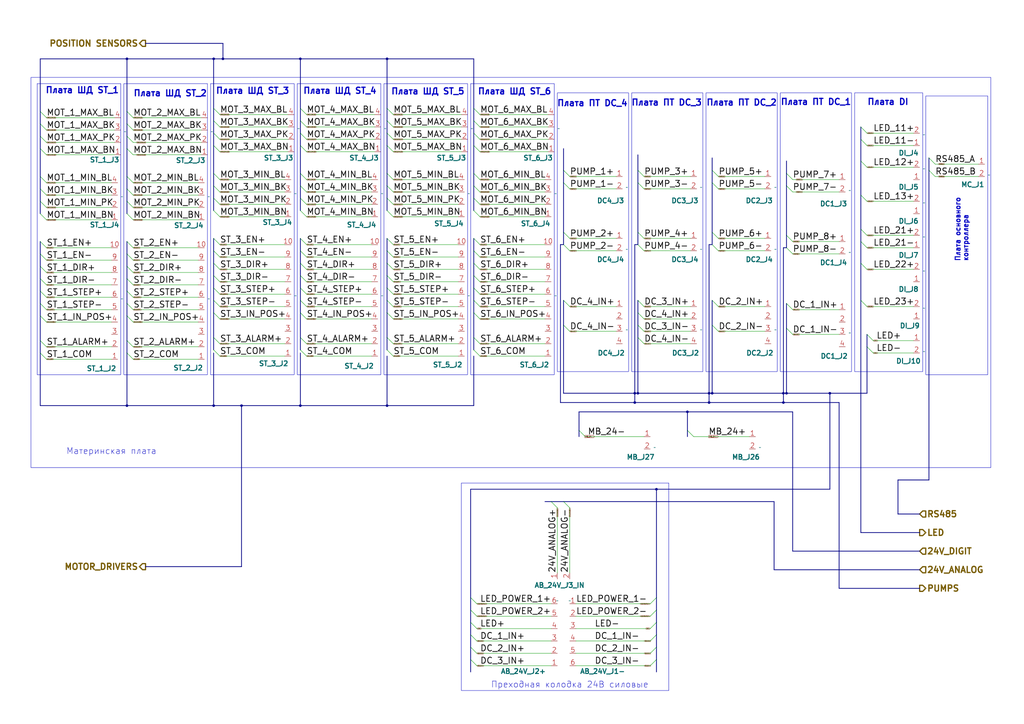
<source format=kicad_sch>
(kicad_sch (version 20231120) (generator "eeschema") (generator_version "8.0")
  (paper "A3")
  (junction (at 87.63 166.37))
  (junction (at 158.75 166.37))
  (junction (at 290.83 161.29))
  (junction (at 269.24 200.66))
  (junction (at 123.19 166.37))
  (junction (at 261.62 161.29))
  (junction (at 123.19 24.13))
  (junction (at 52.07 166.37))
  (junction (at 260.35 161.29))
  (junction (at 340.36 161.29))
  (junction (at 292.1 161.29))
  (junction (at 91.44 24.13))
  (junction (at 321.31 161.29))
  (junction (at 290.83 165.1))
  (junction (at 52.07 24.13))
  (junction (at 99.06 166.37))
  (junction (at 87.63 24.13))
  (junction (at 322.58 161.29))
  (junction (at 321.31 165.1))
  (junction (at 281.94 168.91))
  (junction (at 260.35 165.1))
  (junction (at 158.75 24.13))
  (bus_entry (at 261.62 123.19) (size 2.54 2.54))
  (bus_entry (at 231.14 69.85) (size 2.54 2.54))
  (bus_entry (at 381 69.85) (size 2.54 2.54))
  (bus_entry (at 353.06 80.01) (size 2.54 2.54))
  (bus_entry (at 353.06 52.07) (size 2.54 2.54))
  (bus_entry (at 123.19 102.87) (size 2.54 2.54))
  (bus_entry (at 87.63 138.43) (size 2.54 2.54))
  (bus_entry (at 158.75 81.28) (size 2.54 2.54))
  (bus_entry (at 322.58 96.52) (size 2.54 2.54))
  (bus_entry (at 194.31 97.79) (size 2.54 2.54))
  (bus_entry (at 52.07 109.22) (size 2.54 2.54))
  (bus_entry (at 87.63 143.51) (size 2.54 2.54))
  (bus_entry (at 158.75 128.27) (size 2.54 2.54))
  (bus_entry (at 231.14 123.19) (size 2.54 2.54))
  (bus_entry (at 158.75 49.53) (size 2.54 2.54))
  (bus_entry (at 281.94 176.53) (size 2.54 2.54))
  (bus_entry (at 194.31 49.53) (size 2.54 2.54))
  (bus_entry (at 123.19 86.36) (size 2.54 2.54))
  (bus_entry (at 16.51 82.55) (size 2.54 2.54))
  (bus_entry (at 193.04 255.27) (size 2.54 2.54))
  (bus_entry (at 16.51 72.39) (size 2.54 2.54))
  (bus_entry (at 87.63 102.87) (size 2.54 2.54))
  (bus_entry (at 16.51 55.88) (size 2.54 2.54))
  (bus_entry (at 52.07 72.39) (size 2.54 2.54))
  (bus_entry (at 158.75 143.51) (size 2.54 2.54))
  (bus_entry (at 123.19 113.03) (size 2.54 2.54))
  (bus_entry (at 52.07 87.63) (size 2.54 2.54))
  (bus_entry (at 353.06 66.04) (size 2.54 2.54))
  (bus_entry (at 266.7 273.05) (size 2.54 -2.54))
  (bus_entry (at 193.04 250.19) (size 2.54 2.54))
  (bus_entry (at 158.75 54.61) (size 2.54 2.54))
  (bus_entry (at 52.07 50.8) (size 2.54 2.54))
  (bus_entry (at 123.19 59.69) (size 2.54 2.54))
  (bus_entry (at 16.51 109.22) (size 2.54 2.54))
  (bus_entry (at 194.31 102.87) (size 2.54 2.54))
  (bus_entry (at 231.14 133.35) (size 2.54 2.54))
  (bus_entry (at 16.51 99.06) (size 2.54 2.54))
  (bus_entry (at 16.51 45.72) (size 2.54 2.54))
  (bus_entry (at 194.31 118.11) (size 2.54 2.54))
  (bus_entry (at 16.51 129.54) (size 2.54 2.54))
  (bus_entry (at 353.06 93.98) (size 2.54 2.54))
  (bus_entry (at 266.7 252.73) (size 2.54 -2.54))
  (bus_entry (at 123.19 97.79) (size 2.54 2.54))
  (bus_entry (at 292.1 74.93) (size 2.54 2.54))
  (bus_entry (at 226.06 205.74) (size 2.54 2.54))
  (bus_entry (at 87.63 97.79) (size 2.54 2.54))
  (bus_entry (at 52.07 60.96) (size 2.54 2.54))
  (bus_entry (at 292.1 123.19) (size 2.54 2.54))
  (bus_entry (at 355.6 137.16) (size 2.54 2.54))
  (bus_entry (at 52.07 114.3) (size 2.54 2.54))
  (bus_entry (at 194.31 54.61) (size 2.54 2.54))
  (bus_entry (at 123.19 76.2) (size 2.54 2.54))
  (bus_entry (at 353.06 123.19) (size 2.54 2.54))
  (bus_entry (at 193.04 270.51) (size 2.54 2.54))
  (bus_entry (at 194.31 59.69) (size 2.54 2.54))
  (bus_entry (at 292.1 69.85) (size 2.54 2.54))
  (bus_entry (at 87.63 44.45) (size 2.54 2.54))
  (bus_entry (at 87.63 123.19) (size 2.54 2.54))
  (bus_entry (at 231.14 100.33) (size 2.54 2.54))
  (bus_entry (at 52.07 45.72) (size 2.54 2.54))
  (bus_entry (at 381 64.77) (size 2.54 2.54))
  (bus_entry (at 123.19 81.28) (size 2.54 2.54))
  (bus_entry (at 353.06 99.06) (size 2.54 2.54))
  (bus_entry (at 87.63 86.36) (size 2.54 2.54))
  (bus_entry (at 194.31 71.12) (size 2.54 2.54))
  (bus_entry (at 87.63 107.95) (size 2.54 2.54))
  (bus_entry (at 16.51 119.38) (size 2.54 2.54))
  (bus_entry (at 52.07 82.55) (size 2.54 2.54))
  (bus_entry (at 16.51 114.3) (size 2.54 2.54))
  (bus_entry (at 16.51 104.14) (size 2.54 2.54))
  (bus_entry (at 194.31 128.27) (size 2.54 2.54))
  (bus_entry (at 87.63 71.12) (size 2.54 2.54))
  (bus_entry (at 16.51 77.47) (size 2.54 2.54))
  (bus_entry (at 193.04 245.11) (size 2.54 2.54))
  (bus_entry (at 87.63 113.03) (size 2.54 2.54))
  (bus_entry (at 16.51 87.63) (size 2.54 2.54))
  (bus_entry (at 193.04 265.43) (size 2.54 2.54))
  (bus_entry (at 266.7 257.81) (size 2.54 -2.54))
  (bus_entry (at 123.19 71.12) (size 2.54 2.54))
  (bus_entry (at 322.58 76.2) (size 2.54 2.54))
  (bus_entry (at 158.75 138.43) (size 2.54 2.54))
  (bus_entry (at 261.62 138.43) (size 2.54 2.54))
  (bus_entry (at 194.31 143.51) (size 2.54 2.54))
  (bus_entry (at 123.19 143.51) (size 2.54 2.54))
  (bus_entry (at 52.07 139.7) (size 2.54 2.54))
  (bus_entry (at 194.31 113.03) (size 2.54 2.54))
  (bus_entry (at 87.63 81.28) (size 2.54 2.54))
  (bus_entry (at 16.51 60.96) (size 2.54 2.54))
  (bus_entry (at 16.51 139.7) (size 2.54 2.54))
  (bus_entry (at 52.07 99.06) (size 2.54 2.54))
  (bus_entry (at 355.6 142.24) (size 2.54 2.54))
  (bus_entry (at 16.51 144.78) (size 2.54 2.54))
  (bus_entry (at 322.58 71.12) (size 2.54 2.54))
  (bus_entry (at 52.07 77.47) (size 2.54 2.54))
  (bus_entry (at 266.7 262.89) (size 2.54 -2.54))
  (bus_entry (at 52.07 124.46) (size 2.54 2.54))
  (bus_entry (at 158.75 44.45) (size 2.54 2.54))
  (bus_entry (at 52.07 129.54) (size 2.54 2.54))
  (bus_entry (at 353.06 57.15) (size 2.54 2.54))
  (bus_entry (at 87.63 118.11) (size 2.54 2.54))
  (bus_entry (at 322.58 124.46) (size 2.54 2.54))
  (bus_entry (at 158.75 123.19) (size 2.54 2.54))
  (bus_entry (at 292.1 133.35) (size 2.54 2.54))
  (bus_entry (at 123.19 138.43) (size 2.54 2.54))
  (bus_entry (at 322.58 101.6) (size 2.54 2.54))
  (bus_entry (at 158.75 118.11) (size 2.54 2.54))
  (bus_entry (at 158.75 97.79) (size 2.54 2.54))
  (bus_entry (at 261.62 128.27) (size 2.54 2.54))
  (bus_entry (at 87.63 76.2) (size 2.54 2.54))
  (bus_entry (at 16.51 50.8) (size 2.54 2.54))
  (bus_entry (at 16.51 124.46) (size 2.54 2.54))
  (bus_entry (at 52.07 144.78) (size 2.54 2.54))
  (bus_entry (at 261.62 100.33) (size 2.54 2.54))
  (bus_entry (at 194.31 107.95) (size 2.54 2.54))
  (bus_entry (at 158.75 71.12) (size 2.54 2.54))
  (bus_entry (at 123.19 107.95) (size 2.54 2.54))
  (bus_entry (at 261.62 133.35) (size 2.54 2.54))
  (bus_entry (at 87.63 49.53) (size 2.54 2.54))
  (bus_entry (at 158.75 113.03) (size 2.54 2.54))
  (bus_entry (at 194.31 123.19) (size 2.54 2.54))
  (bus_entry (at 261.62 95.25) (size 2.54 2.54))
  (bus_entry (at 194.31 76.2) (size 2.54 2.54))
  (bus_entry (at 52.07 104.14) (size 2.54 2.54))
  (bus_entry (at 52.07 119.38) (size 2.54 2.54))
  (bus_entry (at 87.63 128.27) (size 2.54 2.54))
  (bus_entry (at 123.19 54.61) (size 2.54 2.54))
  (bus_entry (at 269.24 245.11) (size -2.54 2.54))
  (bus_entry (at 158.75 59.69) (size 2.54 2.54))
  (bus_entry (at 123.19 118.11) (size 2.54 2.54))
  (bus_entry (at 292.1 100.33) (size 2.54 2.54))
  (bus_entry (at 261.62 69.85) (size 2.54 2.54))
  (bus_entry (at 158.75 102.87) (size 2.54 2.54))
  (bus_entry (at 123.19 49.53) (size 2.54 2.54))
  (bus_entry (at 158.75 76.2) (size 2.54 2.54))
  (bus_entry (at 231.14 205.74) (size 2.54 2.54))
  (bus_entry (at 52.07 55.88) (size 2.54 2.54))
  (bus_entry (at 292.1 95.25) (size 2.54 2.54))
  (bus_entry (at 231.14 74.93) (size 2.54 2.54))
  (bus_entry (at 194.31 86.36) (size 2.54 2.54))
  (bus_entry (at 87.63 54.61) (size 2.54 2.54))
  (bus_entry (at 123.19 123.19) (size 2.54 2.54))
  (bus_entry (at 158.75 107.95) (size 2.54 2.54))
  (bus_entry (at 193.04 260.35) (size 2.54 2.54))
  (bus_entry (at 237.49 176.53) (size 2.54 2.54))
  (bus_entry (at 194.31 138.43) (size 2.54 2.54))
  (bus_entry (at 123.19 128.27) (size 2.54 2.54))
  (bus_entry (at 266.7 267.97) (size 2.54 -2.54))
  (bus_entry (at 322.58 134.62) (size 2.54 2.54))
  (bus_entry (at 353.06 107.95) (size 2.54 2.54))
  (bus_entry (at 158.75 86.36) (size 2.54 2.54))
  (bus_entry (at 231.14 95.25) (size 2.54 2.54))
  (bus_entry (at 194.31 44.45) (size 2.54 2.54))
  (bus_entry (at 194.31 81.28) (size 2.54 2.54))
  (bus_entry (at 261.62 74.93) (size 2.54 2.54))
  (bus_entry (at 123.19 44.45) (size 2.54 2.54))
  (bus_entry (at 87.63 59.69) (size 2.54 2.54))
  (bus (pts (xy 231.14 205.74) (xy 317.5 205.74)))
  (wire (pts (xy 355.6 110.49) (xy 374.65 110.49)))
  (bus (pts (xy 322.58 96.52) (xy 322.58 101.6)))
  (bus (pts (xy 52.07 24.13) (xy 16.51 24.13)))
  (bus (pts (xy 158.75 107.95) (xy 158.75 113.03)))
  (bus (pts (xy 194.31 24.13) (xy 194.31 44.45)))
  (wire (pts (xy 19.05 58.42) (xy 46.99 58.42)))
  (bus (pts (xy 194.31 138.43) (xy 194.31 143.51)))
  (bus (pts (xy 261.62 95.25) (xy 261.62 100.33)))
  (wire (pts (xy 90.17 100.33) (xy 116.84 100.33)))
  (bus (pts (xy 231.14 100.33) (xy 229.87 100.33)))
  (wire (pts (xy 196.85 146.05) (xy 223.52 146.05)))
  (bus (pts (xy 353.06 80.01) (xy 353.06 93.98)))
  (wire (pts (xy 195.58 252.73) (xy 226.06 252.73)))
  (bus (pts (xy 16.51 99.06) (xy 16.51 104.14)))
  (bus (pts (xy 52.07 104.14) (xy 52.07 109.22)))
  (bus (pts (xy 16.51 114.3) (xy 16.51 119.38)))
  (wire (pts (xy 161.29 62.23) (xy 189.23 62.23)))
  (wire (pts (xy 125.73 52.07) (xy 153.67 52.07)))
  (wire (pts (xy 90.17 62.23) (xy 118.11 62.23)))
  (bus (pts (xy 158.75 123.19) (xy 158.75 128.27)))
  (wire (pts (xy 90.17 46.99) (xy 118.11 46.99)))
  (bus (pts (xy 193.04 255.27) (xy 193.04 260.35)))
  (bus (pts (xy 193.04 270.51) (xy 193.04 275.59)))
  (wire (pts (xy 196.85 83.82) (xy 223.52 83.82)))
  (bus (pts (xy 353.06 123.19) (xy 353.06 218.44)))
  (wire (pts (xy 125.73 57.15) (xy 153.67 57.15)))
  (wire (pts (xy 294.64 97.79) (xy 313.69 97.79)))
  (wire (pts (xy 54.61 121.92) (xy 81.28 121.92)))
  (wire (pts (xy 264.16 72.39) (xy 283.21 72.39)))
  (bus (pts (xy 16.51 45.72) (xy 16.51 50.8)))
  (wire (pts (xy 355.6 125.73) (xy 374.65 125.73)))
  (bus (pts (xy 231.14 60.96) (xy 231.14 69.85)))
  (bus (pts (xy 292.1 123.19) (xy 292.1 133.35)))
  (wire (pts (xy 161.29 115.57) (xy 187.96 115.57)))
  (bus (pts (xy 16.51 129.54) (xy 16.51 139.7)))
  (wire (pts (xy 196.85 105.41) (xy 223.52 105.41)))
  (wire (pts (xy 294.64 125.73) (xy 313.69 125.73)))
  (bus (pts (xy 261.62 161.29) (xy 260.35 161.29)))
  (bus (pts (xy 16.51 60.96) (xy 16.51 72.39)))
  (bus (pts (xy 292.1 74.93) (xy 292.1 95.25)))
  (bus (pts (xy 193.04 265.43) (xy 193.04 270.51)))
  (bus (pts (xy 158.75 138.43) (xy 158.75 143.51)))
  (bus (pts (xy 123.19 24.13) (xy 158.75 24.13)))
  (bus (pts (xy 353.06 93.98) (xy 353.06 99.06)))
  (bus (pts (xy 123.19 123.19) (xy 123.19 128.27)))
  (wire (pts (xy 233.68 135.89) (xy 252.73 135.89)))
  (wire (pts (xy 161.29 140.97) (xy 187.96 140.97)))
  (wire (pts (xy 125.73 83.82) (xy 152.4 83.82)))
  (bus (pts (xy 123.19 144.78) (xy 123.19 166.37)))
  (bus (pts (xy 52.07 119.38) (xy 52.07 124.46)))
  (bus (pts (xy 231.14 161.29) (xy 260.35 161.29)))
  (wire (pts (xy 19.05 111.76) (xy 45.72 111.76)))
  (wire (pts (xy 236.22 273.05) (xy 266.7 273.05)))
  (bus (pts (xy 261.62 128.27) (xy 261.62 133.35)))
  (wire (pts (xy 19.05 80.01) (xy 45.72 80.01)))
  (wire (pts (xy 54.61 111.76) (xy 81.28 111.76)))
  (bus (pts (xy 381 69.85) (xy 381 196.85)))
  (bus (pts (xy 87.63 128.27) (xy 87.63 138.43)))
  (bus (pts (xy 123.19 138.43) (xy 123.19 143.51)))
  (wire (pts (xy 325.12 73.66) (xy 344.17 73.66)))
  (bus (pts (xy 123.19 118.11) (xy 123.19 123.19)))
  (bus (pts (xy 353.06 57.15) (xy 353.06 66.04)))
  (wire (pts (xy 54.61 85.09) (xy 81.28 85.09)))
  (wire (pts (xy 161.29 146.05) (xy 187.96 146.05)))
  (bus (pts (xy 16.51 77.47) (xy 16.51 82.55)))
  (bus (pts (xy 52.07 50.8) (xy 52.07 55.88)))
  (bus (pts (xy 368.3 210.82) (xy 377.19 210.82)))
  (wire (pts (xy 90.17 57.15) (xy 118.11 57.15)))
  (bus (pts (xy 193.04 200.66) (xy 193.04 245.11)))
  (bus (pts (xy 194.31 71.12) (xy 194.31 76.2)))
  (bus (pts (xy 194.31 97.79) (xy 194.31 102.87)))
  (bus (pts (xy 193.04 260.35) (xy 193.04 265.43)))
  (bus (pts (xy 158.75 24.13) (xy 158.75 44.45)))
  (bus (pts (xy 194.31 113.03) (xy 194.31 118.11)))
  (wire (pts (xy 294.64 72.39) (xy 313.69 72.39)))
  (wire (pts (xy 264.16 97.79) (xy 283.21 97.79)))
  (bus (pts (xy 16.51 50.8) (xy 16.51 55.88)))
  (bus (pts (xy 237.49 179.07) (xy 237.49 176.53)))
  (bus (pts (xy 16.51 104.14) (xy 16.51 109.22)))
  (bus (pts (xy 322.58 124.46) (xy 322.58 134.62)))
  (bus (pts (xy 355.6 142.24) (xy 355.6 161.29)))
  (wire (pts (xy 233.68 77.47) (xy 252.73 77.47)))
  (bus (pts (xy 344.17 165.1) (xy 344.17 241.3)))
  (bus (pts (xy 194.31 107.95) (xy 194.31 113.03)))
  (wire (pts (xy 125.73 130.81) (xy 152.4 130.81)))
  (bus (pts (xy 194.31 123.19) (xy 194.31 128.27)))
  (wire (pts (xy 161.29 78.74) (xy 187.96 78.74)))
  (bus (pts (xy 292.1 161.29) (xy 321.31 161.29)))
  (wire (pts (xy 54.61 53.34) (xy 82.55 53.34)))
  (wire (pts (xy 233.68 102.87) (xy 252.73 102.87)))
  (bus (pts (xy 317.5 205.74) (xy 317.5 233.68)))
  (wire (pts (xy 125.73 62.23) (xy 153.67 62.23)))
  (bus (pts (xy 194.31 102.87) (xy 194.31 107.95)))
  (wire (pts (xy 161.29 110.49) (xy 187.96 110.49)))
  (wire (pts (xy 161.29 83.82) (xy 187.96 83.82)))
  (bus (pts (xy 16.51 72.39) (xy 16.51 77.47)))
  (wire (pts (xy 196.85 110.49) (xy 223.52 110.49)))
  (wire (pts (xy 195.58 257.81) (xy 226.06 257.81)))
  (bus (pts (xy 52.07 114.3) (xy 52.07 119.38)))
  (bus (pts (xy 87.63 113.03) (xy 87.63 118.11)))
  (wire (pts (xy 196.85 140.97) (xy 223.52 140.97)))
  (bus (pts (xy 158.75 71.12) (xy 158.75 76.2)))
  (bus (pts (xy 158.75 128.27) (xy 158.75 138.43)))
  (bus (pts (xy 99.06 166.37) (xy 123.19 166.37)))
  (wire (pts (xy 90.17 146.05) (xy 116.84 146.05)))
  (bus (pts (xy 269.24 270.51) (xy 269.24 275.59)))
  (bus (pts (xy 52.07 45.72) (xy 52.07 50.8)))
  (bus (pts (xy 16.51 139.7) (xy 16.51 144.78)))
  (wire (pts (xy 54.61 147.32) (xy 81.28 147.32)))
  (bus (pts (xy 353.06 52.07) (xy 353.06 57.15)))
  (bus (pts (xy 260.35 100.33) (xy 260.35 161.29)))
  (wire (pts (xy 195.58 262.89) (xy 226.06 262.89)))
  (bus (pts (xy 87.63 102.87) (xy 87.63 107.95)))
  (wire (pts (xy 54.61 142.24) (xy 81.28 142.24)))
  (wire (pts (xy 19.05 53.34) (xy 46.99 53.34)))
  (wire (pts (xy 325.12 137.16) (xy 344.17 137.16)))
  (bus (pts (xy 123.19 24.13) (xy 123.19 44.45)))
  (wire (pts (xy 161.29 57.15) (xy 189.23 57.15)))
  (bus (pts (xy 381 196.85) (xy 368.3 196.85)))
  (wire (pts (xy 161.29 125.73) (xy 187.96 125.73)))
  (wire (pts (xy 19.05 85.09) (xy 45.72 85.09)))
  (bus (pts (xy 292.1 161.29) (xy 290.83 161.29)))
  (bus (pts (xy 194.31 54.61) (xy 194.31 59.69)))
  (wire (pts (xy 264.16 102.87) (xy 283.21 102.87)))
  (wire (pts (xy 325.12 99.06) (xy 344.17 99.06)))
  (bus (pts (xy 52.07 24.13) (xy 52.07 45.72)))
  (bus (pts (xy 193.04 200.66) (xy 269.24 200.66)))
  (wire (pts (xy 125.73 125.73) (xy 152.4 125.73)))
  (bus (pts (xy 123.19 54.61) (xy 123.19 59.69)))
  (wire (pts (xy 325.12 127) (xy 344.17 127)))
  (bus (pts (xy 322.58 101.6) (xy 321.31 101.6)))
  (wire (pts (xy 161.29 52.07) (xy 189.23 52.07)))
  (bus (pts (xy 87.63 49.53) (xy 87.63 54.61)))
  (bus (pts (xy 290.83 100.33) (xy 290.83 161.29)))
  (wire (pts (xy 54.61 132.08) (xy 81.28 132.08)))
  (wire (pts (xy 236.22 257.81) (xy 266.7 257.81)))
  (bus (pts (xy 322.58 71.12) (xy 322.58 76.2)))
  (bus (pts (xy 123.19 166.37) (xy 158.75 166.37)))
  (bus (pts (xy 322.58 76.2) (xy 322.58 96.52)))
  (bus (pts (xy 237.49 168.91) (xy 281.94 168.91)))
  (wire (pts (xy 240.03 179.07) (xy 264.16 179.07)))
  (wire (pts (xy 90.17 130.81) (xy 116.84 130.81)))
  (bus (pts (xy 123.19 97.79) (xy 123.19 102.87)))
  (bus (pts (xy 322.58 66.04) (xy 322.58 71.12)))
  (bus (pts (xy 325.12 168.91) (xy 325.12 226.06)))
  (wire (pts (xy 125.73 100.33) (xy 152.4 100.33)))
  (wire (pts (xy 19.05 90.17) (xy 45.72 90.17)))
  (wire (pts (xy 90.17 125.73) (xy 116.84 125.73)))
  (wire (pts (xy 90.17 73.66) (xy 116.84 73.66)))
  (bus (pts (xy 123.19 44.45) (xy 123.19 49.53)))
  (bus (pts (xy 261.62 161.29) (xy 290.83 161.29)))
  (bus (pts (xy 158.75 113.03) (xy 158.75 118.11)))
  (bus (pts (xy 158.75 97.79) (xy 158.75 102.87)))
  (wire (pts (xy 236.22 247.65) (xy 266.7 247.65)))
  (wire (pts (xy 19.05 147.32) (xy 45.72 147.32)))
  (wire (pts (xy 90.17 110.49) (xy 116.84 110.49)))
  (wire (pts (xy 284.48 179.07) (xy 307.34 179.07)))
  (wire (pts (xy 161.29 120.65) (xy 187.96 120.65)))
  (wire (pts (xy 19.05 106.68) (xy 45.72 106.68)))
  (bus (pts (xy 193.04 245.11) (xy 193.04 250.19)))
  (bus (pts (xy 261.62 100.33) (xy 260.35 100.33)))
  (bus (pts (xy 52.07 129.54) (xy 52.07 139.7)))
  (wire (pts (xy 195.58 247.65) (xy 226.06 247.65)))
  (bus (pts (xy 260.35 161.29) (xy 260.35 165.1)))
  (bus (pts (xy 87.63 76.2) (xy 87.63 81.28)))
  (bus (pts (xy 16.51 109.22) (xy 16.51 114.3)))
  (bus (pts (xy 321.31 165.1) (xy 344.17 165.1)))
  (bus (pts (xy 226.06 205.74) (xy 231.14 205.74)))
  (bus (pts (xy 194.31 59.69) (xy 194.31 71.12)))
  (wire (pts (xy 294.64 77.47) (xy 313.69 77.47)))
  (wire (pts (xy 90.17 83.82) (xy 116.84 83.82)))
  (wire (pts (xy 358.14 139.7) (xy 374.65 139.7)))
  (bus (pts (xy 381 64.77) (xy 381 69.85)))
  (bus (pts (xy 231.14 133.35) (xy 231.14 161.29)))
  (wire (pts (xy 196.85 125.73) (xy 223.52 125.73)))
  (wire (pts (xy 294.64 135.89) (xy 313.69 135.89)))
  (bus (pts (xy 281.94 168.91) (xy 325.12 168.91)))
  (bus (pts (xy 325.12 226.06) (xy 377.19 226.06)))
  (bus (pts (xy 231.14 123.19) (xy 231.14 133.35)))
  (bus (pts (xy 231.14 95.25) (xy 231.14 100.33)))
  (wire (pts (xy 355.6 96.52) (xy 374.65 96.52)))
  (bus (pts (xy 292.1 100.33) (xy 290.83 100.33)))
  (wire (pts (xy 196.85 73.66) (xy 223.52 73.66)))
  (bus (pts (xy 158.75 59.69) (xy 158.75 71.12)))
  (bus (pts (xy 321.31 101.6) (xy 321.31 161.29)))
  (wire (pts (xy 196.85 130.81) (xy 223.52 130.81)))
  (bus (pts (xy 158.75 54.61) (xy 158.75 59.69)))
  (bus (pts (xy 87.63 81.28) (xy 87.63 86.36)))
  (bus (pts (xy 123.19 102.87) (xy 123.19 107.95)))
  (bus (pts (xy 52.07 144.78) (xy 52.07 166.37)))
  (wire (pts (xy 19.05 121.92) (xy 45.72 121.92)))
  (bus (pts (xy 87.63 123.19) (xy 87.63 128.27)))
  (bus (pts (xy 194.31 128.27) (xy 194.31 138.43)))
  (bus (pts (xy 355.6 161.29) (xy 340.36 161.29)))
  (wire (pts (xy 325.12 104.14) (xy 344.17 104.14)))
  (bus (pts (xy 52.07 72.39) (xy 52.07 77.47)))
  (bus (pts (xy 194.31 44.45) (xy 194.31 49.53)))
  (wire (pts (xy 236.22 267.97) (xy 266.7 267.97)))
  (bus (pts (xy 292.1 64.77) (xy 292.1 69.85)))
  (bus (pts (xy 87.63 138.43) (xy 87.63 143.51)))
  (wire (pts (xy 233.68 208.28) (xy 233.68 234.95)))
  (bus (pts (xy 123.19 113.03) (xy 123.19 118.11)))
  (wire (pts (xy 161.29 100.33) (xy 187.96 100.33)))
  (bus (pts (xy 261.62 63.5) (xy 261.62 69.85)))
  (bus (pts (xy 87.63 107.95) (xy 87.63 113.03)))
  (bus (pts (xy 123.19 59.69) (xy 123.19 71.12)))
  (wire (pts (xy 19.05 74.93) (xy 45.72 74.93)))
  (bus (pts (xy 123.19 71.12) (xy 123.19 76.2)))
  (wire (pts (xy 161.29 130.81) (xy 187.96 130.81)))
  (wire (pts (xy 264.16 130.81) (xy 283.21 130.81)))
  (bus (pts (xy 158.75 118.11) (xy 158.75 123.19)))
  (wire (pts (xy 54.61 63.5) (xy 82.55 63.5)))
  (bus (pts (xy 158.75 76.2) (xy 158.75 81.28)))
  (bus (pts (xy 52.07 82.55) (xy 52.07 87.63)))
  (wire (pts (xy 264.16 77.47) (xy 283.21 77.47)))
  (wire (pts (xy 233.68 125.73) (xy 252.73 125.73)))
  (wire (pts (xy 196.85 120.65) (xy 223.52 120.65)))
  (bus (pts (xy 353.06 66.04) (xy 353.06 80.01)))
  (wire (pts (xy 325.12 78.74) (xy 344.17 78.74)))
  (bus (pts (xy 261.62 133.35) (xy 261.62 138.43)))
  (wire (pts (xy 54.61 74.93) (xy 81.28 74.93)))
  (bus (pts (xy 123.19 128.27) (xy 123.19 138.43)))
  (bus (pts (xy 87.63 118.11) (xy 87.63 123.19)))
  (bus (pts (xy 269.24 245.11) (xy 269.24 250.19)))
  (bus (pts (xy 91.44 24.13) (xy 123.19 24.13)))
  (bus (pts (xy 123.19 81.28) (xy 123.19 86.36)))
  (wire (pts (xy 125.73 140.97) (xy 152.4 140.97)))
  (wire (pts (xy 264.16 125.73) (xy 283.21 125.73)))
  (bus (pts (xy 261.62 123.19) (xy 261.62 128.27)))
  (bus (pts (xy 87.63 166.37) (xy 99.06 166.37)))
  (bus (pts (xy 340.36 161.29) (xy 322.58 161.29)))
  (bus (pts (xy 269.24 250.19) (xy 269.24 255.27)))
  (bus (pts (xy 317.5 233.68) (xy 377.19 233.68)))
  (bus (pts (xy 52.07 99.06) (xy 52.07 104.14)))
  (wire (pts (xy 125.73 110.49) (xy 152.4 110.49)))
  (bus (pts (xy 231.14 69.85) (xy 231.14 74.93)))
  (bus (pts (xy 158.75 146.05) (xy 158.75 166.37)))
  (bus (pts (xy 16.51 82.55) (xy 16.51 87.63)))
  (wire (pts (xy 233.68 97.79) (xy 252.73 97.79)))
  (wire (pts (xy 236.22 262.89) (xy 266.7 262.89)))
  (bus (pts (xy 52.07 60.96) (xy 52.07 72.39)))
  (bus (pts (xy 87.63 54.61) (xy 87.63 59.69)))
  (wire (pts (xy 358.14 144.78) (xy 374.65 144.78)))
  (wire (pts (xy 125.73 78.74) (xy 152.4 78.74)))
  (wire (pts (xy 125.73 73.66) (xy 152.4 73.66)))
  (wire (pts (xy 228.6 208.28) (xy 228.6 234.95)))
  (wire (pts (xy 125.73 115.57) (xy 152.4 115.57)))
  (wire (pts (xy 161.29 46.99) (xy 189.23 46.99)))
  (wire (pts (xy 161.29 105.41) (xy 187.96 105.41)))
  (wire (pts (xy 383.54 72.39) (xy 401.32 72.39)))
  (bus (pts (xy 158.75 24.13) (xy 194.31 24.13)))
  (wire (pts (xy 125.73 146.05) (xy 152.4 146.05)))
  (bus (pts (xy 194.31 146.05) (xy 194.31 166.37)))
  (bus (pts (xy 231.14 74.93) (xy 231.14 95.25)))
  (bus (pts (xy 158.75 44.45) (xy 158.75 49.53)))
  (wire (pts (xy 355.6 59.69) (xy 374.65 59.69)))
  (wire (pts (xy 19.05 48.26) (xy 46.99 48.26)))
  (bus (pts (xy 16.51 24.13) (xy 16.51 45.72)))
  (bus (pts (xy 194.31 49.53) (xy 194.31 54.61)))
  (bus (pts (xy 260.35 165.1) (xy 290.83 165.1)))
  (bus (pts (xy 261.62 74.93) (xy 261.62 95.25)))
  (wire (pts (xy 19.05 63.5) (xy 46.99 63.5)))
  (wire (pts (xy 125.73 88.9) (xy 152.4 88.9)))
  (bus (pts (xy 322.58 161.29) (xy 321.31 161.29)))
  (wire (pts (xy 19.05 132.08) (xy 45.72 132.08)))
  (bus (pts (xy 52.07 77.47) (xy 52.07 82.55)))
  (bus (pts (xy 87.63 24.13) (xy 91.44 24.13)))
  (bus (pts (xy 223.52 205.74) (xy 226.06 205.74)))
  (wire (pts (xy 90.17 120.65) (xy 116.84 120.65)))
  (wire (pts (xy 54.61 101.6) (xy 81.28 101.6)))
  (wire (pts (xy 90.17 105.41) (xy 116.84 105.41)))
  (bus (pts (xy 158.75 102.87) (xy 158.75 107.95)))
  (wire (pts (xy 54.61 80.01) (xy 81.28 80.01)))
  (bus (pts (xy 229.87 100.33) (xy 229.87 165.1)))
  (wire (pts (xy 195.58 273.05) (xy 226.06 273.05)))
  (bus (pts (xy 194.31 81.28) (xy 194.31 86.36)))
  (wire (pts (xy 196.85 57.15) (xy 224.79 57.15)))
  (bus (pts (xy 269.24 200.66) (xy 269.24 245.11)))
  (wire (pts (xy 90.17 52.07) (xy 118.11 52.07)))
  (bus (pts (xy 158.75 81.28) (xy 158.75 86.36)))
  (bus (pts (xy 87.63 44.45) (xy 87.63 49.53)))
  (bus (pts (xy 123.19 107.95) (xy 123.19 113.03)))
  (bus (pts (xy 292.1 95.25) (xy 292.1 100.33)))
  (bus (pts (xy 321.31 161.29) (xy 321.31 165.1)))
  (bus (pts (xy 52.07 124.46) (xy 52.07 129.54)))
  (bus (pts (xy 290.83 165.1) (xy 321.31 165.1)))
  (wire (pts (xy 264.16 135.89) (xy 283.21 135.89)))
  (bus (pts (xy 292.1 69.85) (xy 292.1 74.93)))
  (wire (pts (xy 161.29 73.66) (xy 187.96 73.66)))
  (bus (pts (xy 16.51 124.46) (xy 16.51 129.54)))
  (bus (pts (xy 87.63 97.79) (xy 87.63 102.87)))
  (wire (pts (xy 196.85 115.57) (xy 223.52 115.57)))
  (bus (pts (xy 281.94 176.53) (xy 281.94 179.07)))
  (bus (pts (xy 91.44 17.78) (xy 91.44 24.13)))
  (bus (pts (xy 368.3 196.85) (xy 368.3 210.82)))
  (bus (pts (xy 52.07 109.22) (xy 52.07 114.3)))
  (bus (pts (xy 261.62 138.43) (xy 261.62 161.29)))
  (wire (pts (xy 90.17 78.74) (xy 116.84 78.74)))
  (bus (pts (xy 158.75 49.53) (xy 158.75 54.61)))
  (bus (pts (xy 123.19 76.2) (xy 123.19 81.28)))
  (bus (pts (xy 194.31 118.11) (xy 194.31 123.19)))
  (wire (pts (xy 196.85 100.33) (xy 223.52 100.33)))
  (bus (pts (xy 52.07 139.7) (xy 52.07 144.78)))
  (bus (pts (xy 87.63 24.13) (xy 87.63 44.45)))
  (wire (pts (xy 19.05 116.84) (xy 45.72 116.84)))
  (bus (pts (xy 16.51 166.37) (xy 52.07 166.37)))
  (bus (pts (xy 59.69 17.78) (xy 91.44 17.78)))
  (wire (pts (xy 236.22 252.73) (xy 266.7 252.73)))
  (wire (pts (xy 54.61 106.68) (xy 81.28 106.68)))
  (wire (pts (xy 355.6 82.55) (xy 374.65 82.55)))
  (bus (pts (xy 340.36 200.66) (xy 269.24 200.66)))
  (wire (pts (xy 264.16 140.97) (xy 283.21 140.97)))
  (wire (pts (xy 90.17 115.57) (xy 116.84 115.57)))
  (bus (pts (xy 16.51 119.38) (xy 16.51 124.46)))
  (wire (pts (xy 125.73 46.99) (xy 153.67 46.99)))
  (bus (pts (xy 292.1 133.35) (xy 292.1 161.29)))
  (wire (pts (xy 383.54 67.31) (xy 401.32 67.31)))
  (bus (pts (xy 261.62 69.85) (xy 261.62 74.93)))
  (bus (pts (xy 16.51 144.78) (xy 16.51 166.37)))
  (bus (pts (xy 355.6 137.16) (xy 355.6 142.24)))
  (bus (pts (xy 269.24 255.27) (xy 269.24 260.35)))
  (bus (pts (xy 229.87 165.1) (xy 260.35 165.1)))
  (wire (pts (xy 19.05 101.6) (xy 45.72 101.6)))
  (bus (pts (xy 99.06 166.37) (xy 99.06 232.41)))
  (bus (pts (xy 290.83 161.29) (xy 290.83 165.1)))
  (bus (pts (xy 52.07 166.37) (xy 87.63 166.37)))
  (bus (pts (xy 344.17 241.3) (xy 377.19 241.3)))
  (wire (pts (xy 294.64 102.87) (xy 313.69 102.87)))
  (bus (pts (xy 158.75 166.37) (xy 194.31 166.37)))
  (wire (pts (xy 233.68 72.39) (xy 252.73 72.39)))
  (wire (pts (xy 355.6 68.58) (xy 374.65 68.58)))
  (wire (pts (xy 196.85 88.9) (xy 223.52 88.9)))
  (bus (pts (xy 340.36 161.29) (xy 340.36 200.66)))
  (bus (pts (xy 87.63 71.12) (xy 87.63 76.2)))
  (bus (pts (xy 59.69 232.41) (xy 99.06 232.41)))
  (bus (pts (xy 52.07 55.88) (xy 52.07 60.96)))
  (wire (pts (xy 19.05 127) (xy 45.72 127)))
  (bus (pts (xy 322.58 134.62) (xy 322.58 161.29)))
  (bus (pts (xy 123.19 49.53) (xy 123.19 54.61)))
  (bus (pts (xy 353.06 107.95) (xy 353.06 123.19)))
  (bus (pts (xy 194.31 76.2) (xy 194.31 81.28)))
  (wire (pts (xy 196.85 78.74) (xy 223.52 78.74)))
  (wire (pts (xy 54.61 127) (xy 81.28 127)))
  (wire (pts (xy 19.05 142.24) (xy 45.72 142.24)))
  (wire (pts (xy 196.85 52.07) (xy 224.79 52.07)))
  (wire (pts (xy 54.61 90.17) (xy 81.28 90.17)))
  (wire (pts (xy 90.17 140.97) (xy 116.84 140.97)))
  (bus (pts (xy 16.51 55.88) (xy 16.51 60.96)))
  (wire (pts (xy 125.73 120.65) (xy 152.4 120.65)))
  (wire (pts (xy 125.73 105.41) (xy 152.4 105.41)))
  (bus (pts (xy 87.63 59.69) (xy 87.63 71.12)))
  (wire (pts (xy 54.61 58.42) (xy 82.55 58.42)))
  (wire (pts (xy 161.29 88.9) (xy 187.96 88.9)))
  (bus (pts (xy 269.24 265.43) (xy 269.24 270.51)))
  (wire (pts (xy 195.58 267.97) (xy 226.06 267.97)))
  (bus (pts (xy 237.49 176.53) (xy 237.49 168.91)))
  (bus (pts (xy 353.06 99.06) (xy 353.06 107.95)))
  (wire (pts (xy 90.17 88.9) (xy 116.84 88.9)))
  (bus (pts (xy 353.06 218.44) (xy 377.19 218.44)))
  (bus (pts (xy 193.04 250.19) (xy 193.04 255.27)))
  (wire (pts (xy 355.6 101.6) (xy 374.65 101.6)))
  (wire (pts (xy 196.85 46.99) (xy 224.79 46.99)))
  (bus (pts (xy 87.63 144.78) (xy 87.63 166.37)))
  (wire (pts (xy 196.85 62.23) (xy 224.79 62.23)))
  (bus (pts (xy 269.24 260.35) (xy 269.24 265.43)))
  (wire (pts (xy 54.61 116.84) (xy 81.28 116.84)))
  (wire (pts (xy 54.61 48.26) (xy 82.55 48.26)))
  (bus (pts (xy 281.94 176.53) (xy 281.94 168.91)))
  (bus (pts (xy 52.07 24.13) (xy 87.63 24.13)))
  (wire (pts (xy 355.6 54.61) (xy 374.65 54.61)))
  (rectangle (start 50.8 34.29) (end 85.09 153.67))
  (rectangle (start 193.04 34.29) (end 227.33 153.67))
  (rectangle (start 157.48 34.29) (end 191.77 153.67))
  (rectangle (start 189.23 198.12) (end 274.32 283.21))
  (rectangle (start 320.04 38.1) (end 349.25 152.4))
  (rectangle (start 259.08 38.1) (end 288.29 152.4))
  (rectangle (start 379.73 39.37) (end 405.13 153.67))
  (rectangle (start 15.24 34.29) (end 49.53 153.67))
  (rectangle (start 86.36 34.29) (end 120.65 153.67))
  (rectangle (start 121.92 34.29) (end 156.21 153.67))
  (rectangle (start 289.56 38.1) (end 318.77 152.4))
  (rectangle (start 228.6 38.1) (end 257.81 152.4))
  (rectangle (start 12.7 31.75) (end 406.4 191.77))
  (rectangle (start 350.52 38.1) (end 378.46 152.4))
  (text "Плата ШД ST_6" (at 195.834 39.116 0) (effects (font (size 2.5 2.5) (thickness 0.5) (bold yes)) (justify left bottom)))
  (text "Преходная колодка 24В силовые" (at 233.68 280.924 0) (effects (font (size 2.5 2.5))))
  (text "Материнская плата" (at 45.72 185.166 0) (effects (font (size 2.5 2.5))))
  (text "Плата ПТ DC_1" (at 320.04 43.434 0) (effects (font (size 2.5 2.5) (thickness 0.5) (bold yes)) (justify left bottom)))
  (text "Плата ШД ST_5" (at 160.274 39.116 0) (effects (font (size 2.5 2.5) (thickness 0.5) (bold yes)) (justify left bottom)))
  (text "Плата основного\nконтроллера" (at 397.256 107.442 90) (effects (font (size 2 2) (thickness 0.4) (bold yes)) (justify left bottom)))
  (text "Плата ШД ST_3" (at 88.392 38.862 0) (effects (font (size 2.5 2.5) (thickness 0.5) (bold yes)) (justify left bottom)))
  (text "Плата ПТ DC_4" (at 228.346 43.942 0) (effects (font (size 2.5 2.5) (thickness 0.5) (bold yes)) (justify left bottom)))
  (text "Плата DI" (at 355.6 43.434 0) (effects (font (size 2.5 2.5) (thickness 0.5) (bold yes)) (justify left bottom)))
  (text "Плата ПТ DC_2" (at 289.56 43.688 0) (effects (font (size 2.5 2.5) (thickness 0.5) (bold yes)) (justify left bottom)))
  (text "Плата ПТ DC_3" (at 258.826 43.688 0) (effects (font (size 2.5 2.5) (thickness 0.5) (bold yes)) (justify left bottom)))
  (text "Плата ШД ST_4" (at 124.206 38.862 0) (effects (font (size 2.5 2.5) (thickness 0.5) (bold yes)) (justify left bottom)))
  (text "Плата ШД ST_2" (at 54.61 39.878 0) (effects (font (size 2.5 2.5) (thickness 0.5) (bold yes)) (justify left bottom)))
  (text "Плата ШД ST_1" (at 18.542 38.608 0) (effects (font (size 2.5 2.5) (thickness 0.5) (bold yes)) (justify left bottom)))
  (label "MOT_1_MIN_PK" (at 19.05 85.09 0) (effects (font (size 2.5 2.5) (thickness 0.3125))))
  (label "ST_5_DIR-" (at 161.29 115.57 0) (effects (font (size 2.5 2.5) (thickness 0.3125))))
  (label "RS485_B" (at 383.54 72.39 0) (effects (font (size 2.5 2.5) (thickness 0.3125))))
  (label "ST_5_DIR+" (at 161.29 110.49 0) (effects (font (size 2.5 2.5) (thickness 0.3125))))
  (label "DC_1_IN+" (at 196.85 262.89 0) (effects (font (size 2.5 2.5) (thickness 0.3125))))
  (label "ST_4_EN+" (at 125.73 100.33 0) (effects (font (size 2.5 2.5) (thickness 0.3125))))
  (label "ST_1_IN_POS+" (at 19.05 132.08 0) (effects (font (size 2.5 2.5) (thickness 0.3125))))
  (label "ST_1_DIR-" (at 19.05 116.84 0) (effects (font (size 2.5 2.5) (thickness 0.3125))))
  (label "DC_2_IN-" (at 294.64 135.89 0) (effects (font (size 2.5 2.5) (thickness 0.3125))))
  (label "ST_3_ALARM+" (at 90.17 140.97 0) (effects (font (size 2.5 2.5) (thickness 0.3125))))
  (label "DC_3_IN+" (at 196.85 273.05 0) (effects (font (size 2.5 2.5) (thickness 0.3125))))
  (label "LED-" (at 243.84 257.81 0) (effects (font (size 2.5 2.5) (thickness 0.3125))))
  (label "ST_5_COM" (at 161.29 146.05 0) (effects (font (size 2.5 2.5) (thickness 0.3125))))
  (label "DC_2_IN+" (at 196.85 267.97 0) (effects (font (size 2.5 2.5) (thickness 0.3125))))
  (label "ST_5_STEP-" (at 161.29 125.73 0) (effects (font (size 2.5 2.5) (thickness 0.3125))))
  (label "MOT_4_MIN_BL" (at 125.73 73.66 0) (effects (font (size 2.5 2.5) (thickness 0.3125))))
  (label "PUMP_1+" (at 233.68 72.39 0) (effects (font (size 2.5 2.5) (thickness 0.3125))))
  (label "MOT_3_MIN_BL" (at 90.17 73.66 0) (effects (font (size 2.5 2.5) (thickness 0.3125))))
  (label "LED_22+" (at 358.14 110.49 0) (effects (font (size 2.5 2.5) (thickness 0.3125))))
  (label "MOT_6_MIN_PK" (at 196.85 83.82 0) (effects (font (size 2.5 2.5) (thickness 0.3125))))
  (label "MOT_2_MIN_PK" (at 54.61 85.09 0) (effects (font (size 2.5 2.5) (thickness 0.3125))))
  (label "MOT_5_MAX_PK" (at 161.29 57.15 0) (effects (font (size 2.5 2.5) (thickness 0.3125))))
  (label "ST_5_ALARM+" (at 161.29 140.97 0) (effects (font (size 2.5 2.5) (thickness 0.3125))))
  (label "PUMP_8+" (at 325.12 99.06 0) (effects (font (size 2.5 2.5) (thickness 0.3125))))
  (label "ST_1_STEP+" (at 19.05 121.92 0) (effects (font (size 2.5 2.5) (thickness 0.3125))))
  (label "MOT_4_MIN_BN" (at 125.73 88.9 0) (effects (font (size 2.5 2.5) (thickness 0.3125))))
  (label "ST_4_STEP-" (at 125.73 125.73 0) (effects (font (size 2.5 2.5) (thickness 0.3125))))
  (label "ST_5_EN-" (at 161.29 105.41 0) (effects (font (size 2.5 2.5) (thickness 0.3125))))
  (label "MOT_4_MAX_PK" (at 125.73 57.15 0) (effects (font (size 2.5 2.5) (thickness 0.3125))))
  (label "ST_2_ALARM+" (at 54.61 142.24 0) (effects (font (size 2.5 2.5) (thickness 0.3125))))
  (label "DC_4_IN-" (at 233.68 135.89 0) (effects (font (size 2.5 2.5) (thickness 0.3125))))
  (label "RS485_A" (at 383.54 67.31 0) (effects (font (size 2.5 2.5) (thickness 0.3125))))
  (label "MOT_3_MIN_PK" (at 90.17 83.82 0) (effects (font (size 2.5 2.5) (thickness 0.3125))))
  (label "ST_2_EN-" (at 54.61 106.68 0) (effects (font (size 2.5 2.5) (thickness 0.3125))))
  (label "MOT_1_MAX_BL" (at 19.05 48.26 0) (effects (font (size 2.5 2.5) (thickness 0.3125))))
  (label "MOT_1_MIN_BL" (at 19.05 74.93 0) (effects (font (size 2.5 2.5) (thickness 0.3125))))
  (label "ST_2_DIR-" (at 54.61 116.84 0) (effects (font (size 2.5 2.5) (thickness 0.3125))))
  (label "ST_6_IN_POS+" (at 196.85 130.81 0) (effects (font (size 2.5 2.5) (thickness 0.3125))))
  (label "MOT_3_MIN_BN" (at 90.17 88.9 0) (effects (font (size 2.5 2.5) (thickness 0.3125))))
  (label "ST_3_DIR+" (at 90.17 110.49 0) (effects (font (size 2.5 2.5) (thickness 0.3125))))
  (label "MOT_4_MIN_PK" (at 125.73 83.82 0) (effects (font (size 2.5 2.5) (thickness 0.3125))))
  (label "LED_POWER_2+" (at 226.06 252.73 180) (effects (font (size 2.5 2.5) (thickness 0.3125))))
  (label "ST_4_STEP+" (at 125.73 120.65 0) (effects (font (size 2.5 2.5) (thickness 0.3125))))
  (label "ST_6_COM" (at 196.85 146.05 0) (effects (font (size 2.5 2.5) (thickness 0.3125))))
  (label "ST_6_STEP+" (at 196.85 120.65 0) (effects (font (size 2.5 2.5) (thickness 0.3125))))
  (label "PUMP_2+" (at 233.68 97.79 0) (effects (font (size 2.5 2.5) (thickness 0.3125))))
  (label "MOT_6_MAX_PK" (at 196.85 57.15 0) (effects (font (size 2.5 2.5) (thickness 0.3125))))
  (label "24V_ANALOG-" (at 233.68 234.95 90) (effects (font (size 2.5 2.5) (thickness 0.3125))))
  (label "ST_5_STEP+" (at 161.29 120.65 0) (effects (font (size 2.5 2.5) (thickness 0.3125))))
  (label "MOT_5_MAX_BN" (at 161.29 62.23 0) (effects (font (size 2.5 2.5) (thickness 0.3125))))
  (label "LED-" (at 359.41 144.78 0) (effects (font (size 2.5 2.5) (thickness 0.3125))))
  (label "MOT_3_MAX_BK" (at 90.17 52.07 0) (effects (font (size 2.5 2.5) (thickness 0.3125))))
  (label "LED_23+" (at 358.14 125.73 0) (effects (font (size 2.5 2.5) (thickness 0.3125))))
  (label "LED_POWER_1-" (at 236.22 247.65 0) (effects (font (size 2.5 2.5) (thickness 0.3125))))
  (label "MOT_1_MAX_BN" (at 19.05 63.5 0) (effects (font (size 2.5 2.5) (thickness 0.3125))))
  (label "LED_21+" (at 358.14 96.52 0) (effects (font (size 2.5 2.5) (thickness 0.3125))))
  (label "MOT_4_MAX_BL" (at 125.73 46.99 0) (effects (font (size 2.5 2.5) (thickness 0.3125))))
  (label "ST_6_ALARM+" (at 196.85 140.97 0) (effects (font (size 2.5 2.5) (thickness 0.3125))))
  (label "PUMP_5-" (at 294.64 77.47 0) (effects (font (size 2.5 2.5) (thickness 0.3125))))
  (label "LED_11+" (at 358.14 54.61 0) (effects (font (size 2.5 2.5) (thickness 0.3125))))
  (label "MOT_3_MAX_BL" (at 90.17 46.99 0) (effects (font (size 2.5 2.5) (thickness 0.3125))))
  (label "MOT_1_MAX_BK" (at 19.05 53.34 0) (effects (font (size 2.5 2.5) (thickness 0.3125))))
  (label "ST_6_STEP-" (at 196.85 125.73 0) (effects (font (size 2.5 2.5) (thickness 0.3125))))
  (label "MOT_6_MIN_BN" (at 196.85 88.9 0) (effects (font (size 2.5 2.5) (thickness 0.3125))))
  (label "ST_3_EN-" (at 90.17 105.41 0) (effects (font (size 2.5 2.5) (thickness 0.3125))))
  (label "MOT_3_MAX_PK" (at 90.17 57.15 0) (effects (font (size 2.5 2.5) (thickness 0.3125))))
  (label "PUMP_7+" (at 325.12 73.66 0) (effects (font (size 2.5 2.5) (thickness 0.3125))))
  (label "ST_2_EN+" (at 54.61 101.6 0) (effects (font (size 2.5 2.5) (thickness 0.3125))))
  (label "ST_2_STEP+" (at 54.61 121.92 0) (effects (font (size 2.5 2.5) (thickness 0.3125))))
  (label "ST_3_DIR-" (at 90.17 115.57 0) (effects (font (size 2.5 2.5) (thickness 0.3125))))
  (label "LED_POWER_2-" (at 236.22 252.73 0) (effects (font (size 2.5 2.5) (thickness 0.3125))))
  (label "MB_24+" (at 306.07 179.07 180) (effects (font (size 2.5 2.5) (thickness 0.3125))))
  (label "PUMP_7-" (at 325.12 78.74 0) (effects (font (size 2.5 2.5) (thickness 0.3125))))
  (label "MOT_4_MIN_BK" (at 125.73 78.74 0) (effects (font (size 2.5 2.5) (thickness 0.3125))))
  (label "DC_3_IN+" (at 264.16 125.73 0) (effects (font (size 2.5 2.5) (thickness 0.3125))))
  (label "MOT_5_MIN_BK" (at 161.29 78.74 0) (effects (font (size 2.5 2.5) (thickness 0.3125))))
  (label "MOT_6_MIN_BK" (at 196.85 78.74 0) (effects (font (size 2.5 2.5) (thickness 0.3125))))
  (label "MOT_6_MAX_BL" (at 196.85 46.99 0) (effects (font (size 2.5 2.5) (thickness 0.3125))))
  (label "MOT_2_MAX_BK" (at 54.61 53.34 0) (effects (font (size 2.5 2.5) (thickness 0.3125))))
  (label "DC_2_IN+" (at 294.64 125.73 0) (effects (font (size 2.5 2.5) (thickness 0.3125))))
  (label "ST_6_EN-" (at 196.85 105.41 0) (effects (font (size 2.5 2.5) (thickness 0.3125))))
  (label "MOT_5_MAX_BL" (at 161.29 46.99 0) (effects (font (size 2.5 2.5) (thickness 0.3125))))
  (label "ST_4_DIR-" (at 125.73 115.57 0) (effects (font (size 2.5 2.5) (thickness 0.3125))))
  (label "ST_1_DIR+" (at 19.05 111.76 0) (effects (font (size 2.5 2.5) (thickness 0.3125))))
  (label "MOT_1_MIN_BN" (at 19.05 90.17 0) (effects (font (size 2.5 2.5) (thickness 0.3125))))
  (label "PUMP_6+" (at 294.64 97.79 0) (effects (font (size 2.5 2.5) (thickness 0.3125))))
  (label "DC_4_IN-" (at 264.16 140.97 0) (effects (font (size 2.5 2.5) (thickness 0.3125))))
  (label "PUMP_4+" (at 264.16 97.79 0) (effects (font (size 2.5 2.5) (thickness 0.3125))))
  (label "ST_5_IN_POS+" (at 161.29 130.81 0) (effects (font (size 2.5 2.5) (thickness 0.3125))))
  (label "MOT_6_MIN_BL" (at 196.85 73.66 0) (effects (font (size 2.5 2.5) (thickness 0.3125))))
  (label "MOT_2_MAX_BN" (at 54.61 63.5 0) (effects (font (size 2.5 2.5) (thickness 0.3125))))
  (label "ST_6_DIR+" (at 196.85 110.49 0) (effects (font (size 2.5 2.5) (thickness 0.3125))))
  (label "ST_2_DIR+" (at 54.61 111.76 0) (effects (font (size 2.5 2.5) (thickness 0.3125))))
  (label "MOT_2_MIN_BK" (at 54.61 80.01 0) (effects (font (size 2.5 2.5) (thickness 0.3125))))
  (label "MOT_4_MAX_BK" (at 125.73 52.07 0) (effects (font (size 2.5 2.5) (thickness 0.3125))))
  (label "PUMP_3+" (at 264.16 72.39 0) (effects (font (size 2.5 2.5) (thickness 0.3125))))
  (label "ST_3_IN_POS+" (at 90.17 130.81 0) (effects (font (size 2.5 2.5) (thickness 0.3125))))
  (label "LED_13+" (at 358.14 82.55 0) (effects (font (size 2.5 2.5) (thickness 0.3125))))
  (label "MOT_2_MIN_BL" (at 54.61 74.93 0) (effects (font (size 2.5 2.5) (thickness 0.3125))))
  (label "PUMP_8-" (at 325.12 104.14 0) (effects (font (size 2.5 2.5) (thickness 0.3125))))
  (label "MOT_1_MAX_PK" (at 19.05 58.42 0) (effects (font (size 2.5 2.5) (thickness 0.3125))))
  (label "LED_11-" (at 358.14 59.69 0) (effects (font (size 2.5 2.5) (thickness 0.3125))))
  (label "ST_1_COM" (at 19.05 147.32 0) (effects (font (size 2.5 2.5) (thickness 0.3125))))
  (label "MOT_3_MIN_BK" (at 90.17 78.74 0) (effects (font (size 2.5 2.5) (thickness 0.3125))))
  (label "DC_3_IN-" (at 264.16 135.89 0) (effects (font (size 2.5 2.5) (thickness 0.3125))))
  (label "ST_4_ALARM+" (at 125.73 140.97 0) (effects (font (size 2.5 2.5) (thickness 0.3125))))
  (label "MOT_2_MAX_BL" (at 54.61 48.26 0) (effects (font (size 2.5 2.5) (thickness 0.3125))))
  (label "LED_POWER_1+" (at 226.06 247.65 180) (effects (font (size 2.5 2.5) (thickness 0.3125))))
  (label "MOT_5_MIN_BL" (at 161.29 73.66 0) (effects (font (size 2.5 2.5) (thickness 0.3125))))
  (label "ST_3_EN+" (at 90.17 100.33 0) (effects (font (size 2.5 2.5) (thickness 0.3125))))
  (label "PUMP_3-" (at 264.16 77.47 0) (effects (font (size 2.5 2.5) (thickness 0.3125))))
  (label "ST_3_STEP-" (at 90.17 125.73 0) (effects (font (size 2.5 2.5) (thickness 0.3125))))
  (label "MOT_2_MIN_BN" (at 54.61 90.17 0) (effects (font (size 2.5 2.5) (thickness 0.3125))))
  (label "MOT_2_MAX_PK" (at 54.61 58.42 0) (effects (font (size 2.5 2.5) (thickness 0.3125))))
  (label "MOT_6_MAX_BK" (at 196.85 52.07 0) (effects (font (size 2.5 2.5) (thickness 0.3125))))
  (label "ST_2_STEP-" (at 54.61 127 0) (effects (font (size 2.5 2.5) (thickness 0.3125))))
  (label "PUMP_1-" (at 233.68 77.47 0) (effects (font (size 2.5 2.5) (thickness 0.3125))))
  (label "DC_4_IN+" (at 233.68 125.73 0) (effects (font (size 2.5 2.5) (thickness 0.3125))))
  (label "ST_1_EN-" (at 19.05 106.68 0) (effects (font (size 2.5 2.5) (thickness 0.3125))))
  (label "ST_3_STEP+" (at 90.17 120.65 0) (effects (font (size 2.5 2.5) (thickness 0.3125))))
  (label "PUMP_2-" (at 233.68 102.87 0) (effects (font (size 2.5 2.5) (thickness 0.3125))))
  (label "PUMP_4-" (at 264.16 102.87 0) (effects (font (size 2.5 2.5) (thickness 0.3125))))
  (label "ST_4_EN-" (at 125.73 105.41 0) (effects (font (size 2.5 2.5) (thickness 0.3125))))
  (label "DC_1_IN+" (at 325.12 127 0) (effects (font (size 2.5 2.5) (thickness 0.3125))))
  (label "MOT_4_MAX_BN" (at 125.73 62.23 0) (effects (font (size 2.5 2.5) (thickness 0.3125))))
  (label "MOT_5_MIN_PK" (at 161.29 83.82 0) (effects (font (size 2.5 2.5) (thickness 0.3125))))
  (label "ST_4_COM" (at 125.73 146.05 0) (effects (font (size 2.5 2.5) (thickness 0.3125))))
  (label "ST_1_STEP-" (at 19.05 127 0) (effects (font (size 2.5 2.5) (thickness 0.3125))))
  (label "ST_6_DIR-" (at 196.85 115.57 0) (effects (font (size 2.5 2.5) (thickness 0.3125))))
  (label "MOT_1_MIN_BK" (at 19.05 80.01 0) (effects (font (size 2.5 2.5) (thickness 0.3125))))
  (label "ST_2_COM" (at 54.61 147.32 0) (effects (font (size 2.5 2.5) (thickness 0.3125))))
  (label "MOT_3_MAX_BN" (at 90.17 62.23 0) (effects (font (size 2.5 2.5) (thickness 0.3125))))
  (label "MB_24-" (at 256.54 179.07 180) (effects (font (size 2.5 2.5) (thickness 0.3125))))
  (label "PUMP_5+" (at 294.64 72.39 0) (effects (font (size 2.5 2.5) (thickness 0.3125))))
  (label "ST_1_EN+" (at 19.05 101.6 0) (effects (font (size 2.5 2.5) (thickness 0.3125))))
  (label "24V_ANALOG+" (at 228.6 234.95 90) (effects (font (size 2.5 2.5) (thickness 0.3125))))
  (label "DC_1_IN-" (at 325.12 137.16 0) (effects (font (size 2.5 2.5) (thickness 0.3125))))
  (label "MOT_6_MAX_BN" (at 196.85 62.23 0) (effects (font (size 2.5 2.5) (thickness 0.3125))))
  (label "ST_2_IN_POS+" (at 54.61 132.08 0) (effects (font (size 2.5 2.5) (thickness 0.3125))))
  (label "DC_4_IN+" (at 264.16 130.81 0) (effects (font (size 2.5 2.5) (thickness 0.3125))))
  (label "LED+" (at 359.41 139.7 0) (effects (font (size 2.5 2.5) (thickness 0.3125))))
  (label "MOT_5_MIN_BN" (at 161.29 88.9 0) (effects (font (size 2.5 2.5) (thickness 0.3125))))
  (label "ST_6_EN+" (at 196.85 100.33 0) (effects (font (size 2.5 2.5) (thickness 0.3125))))
  (label "LED+" (at 196.85 257.81 0) (effects (font (size 2.5 2.5) (thickness 0.3125))))
  (label "LED_21-" (at 358.14 101.6 0) (effects (font (size 2.5 2.5) (thickness 0.3125))))
  (label "DC_1_IN-" (at 243.84 262.89 0) (effects (font (size 2.5 2.5) (thickness 0.3125))))
  (label "ST_1_ALARM+" (at 19.05 142.24 0) (effects (font (size 2.5 2.5) (thickness 0.3125))))
  (label "ST_5_EN+" (at 161.29 100.33 0) (effects (font (size 2.5 2.5) (thickness 0.3125))))
  (label "PUMP_6-" (at 294.64 102.87 0) (effects (font (size 2.5 2.5) (thickness 0.3125))))
  (label "ST_4_DIR+" (at 125.73 110.49 0) (effects (font (size 2.5 2.5) (thickness 0.3125))))
  (label "DC_3_IN-" (at 243.84 273.05 0) (effects (font (size 2.5 2.5) (thickness 0.3125))))
  (label "ST_4_IN_POS+" (at 125.73 130.81 0) (effects (font (size 2.5 2.5) (thickness 0.3125))))
  (label "MOT_5_MAX_BK" (at 161.29 52.07 0) (effects (font (size 2.5 2.5) (thickness 0.3125))))
  (label "ST_3_COM" (at 90.17 146.05 0) (effects (font (size 2.5 2.5) (thickness 0.3125))))
  (label "DC_2_IN-" (at 243.84 267.97 0) (effects (font (size 2.5 2.5) (thickness 0.3125))))
  (label "LED_12+" (at 358.14 68.58 0) (effects (font (size 2.5 2.5) (thickness 0.3125))))
  (global_label "ST_3_IN_POS+" (shape input) (at 90.17 130.81 0) (effects (font (size 0.3 0.3))) (property "Intersheetrefs" "${INTERSHEET_REFS}" (effects (hide yes))))
  (global_label "ST_2_STEP-" (shape input) (at 54.61 127 0) (effects (font (size 0.3 0.3))) (property "Intersheetrefs" "${INTERSHEET_REFS}" (effects (hide yes))))
  (global_label "ST_4_COM" (shape input) (at 125.73 146.05 0) (effects (font (size 0.3 0.3))) (property "Intersheetrefs" "${INTERSHEET_REFS}" (effects (hide yes))))
  (global_label "DC_4_IN-" (shape input) (at 264.16 140.97 0) (effects (font (size 0.3 0.3))) (property "Intersheetrefs" "${INTERSHEET_REFS}" (effects (hide yes))))
  (global_label "MOT_6_MAX_PK" (shape input) (at 196.85 57.15 0) (effects (font (size 0.3 0.3))) (property "Intersheetrefs" "${INTERSHEET_REFS}" (effects (hide yes))))
  (global_label "ST_3_ALARM+" (shape input) (at 90.17 140.97 0) (effects (font (size 0.3 0.3))) (property "Intersheetrefs" "${INTERSHEET_REFS}" (effects (hide yes))))
  (global_label "PUMP_1-" (shape input) (at 233.68 77.47 0) (effects (font (size 0.3 0.3))) (property "Intersheetrefs" "${INTERSHEET_REFS}" (effects (hide yes))))
  (global_label "MOT_2_MIN_BN" (shape input) (at 54.61 90.17 0) (effects (font (size 0.3 0.3))) (property "Intersheetrefs" "${INTERSHEET_REFS}" (effects (hide yes))))
  (global_label "ST_6_COM" (shape input) (at 196.85 146.05 0) (effects (font (size 0.3 0.3))) (property "Intersheetrefs" "${INTERSHEET_REFS}" (effects (hide yes))))
  (global_label "DC_4_IN+" (shape input) (at 233.68 125.73 0) (effects (font (size 0.3 0.3))) (property "Intersheetrefs" "${INTERSHEET_REFS}" (effects (hide yes))))
  (global_label "LED_POWER_2+" (shape input) (at 195.58 252.73 0) (effects (font (size 0.3 0.3))) (property "Intersheetrefs" "${INTERSHEET_REFS}" (effects (hide yes))))
  (global_label "MOT_4_MAX_BK" (shape input) (at 125.73 52.07 0) (effects (font (size 0.3 0.3))) (property "Intersheetrefs" "${INTERSHEET_REFS}" (effects (hide yes))))
  (global_label "ST_1_DIR-" (shape input) (at 19.05 116.84 0) (effects (font (size 0.3 0.3))) (property "Intersheetrefs" "${INTERSHEET_REFS}" (effects (hide yes))))
  (global_label "24V_ANALOG-" (shape input) (at 233.68 208.28 270) (effects (font (size 0.3 0.3))) (property "Intersheetrefs" "${INTERSHEET_REFS}" (effects (hide yes))))
  (global_label "PUMP_3-" (shape input) (at 264.16 77.47 0) (effects (font (size 0.3 0.3))) (property "Intersheetrefs" "${INTERSHEET_REFS}" (effects (hide yes))))
  (global_label "MOT_4_MIN_BN" (shape input) (at 125.73 88.9 0) (effects (font (size 0.3 0.3))) (property "Intersheetrefs" "${INTERSHEET_REFS}" (effects (hide yes))))
  (global_label "MOT_4_MAX_BL" (shape input) (at 125.73 46.99 0) (effects (font (size 0.3 0.3))) (property "Intersheetrefs" "${INTERSHEET_REFS}" (effects (hide yes))))
  (global_label "MOT_4_MAX_BN" (shape input) (at 125.73 62.23 0) (effects (font (size 0.3 0.3))) (property "Intersheetrefs" "${INTERSHEET_REFS}" (effects (hide yes))))
  (global_label "LED_13+" (shape input) (at 355.6 82.55 0) (effects (font (size 0.3 0.3))) (property "Intersheetrefs" "${INTERSHEET_REFS}" (effects (hide yes))))
  (global_label "MOT_2_MIN_PK" (shape input) (at 54.61 85.09 0) (effects (font (size 0.3 0.3))) (property "Intersheetrefs" "${INTERSHEET_REFS}" (effects (hide yes))))
  (global_label "DC_3_IN+" (shape input) (at 264.16 125.73 0) (effects (font (size 0.3 0.3))) (property "Intersheetrefs" "${INTERSHEET_REFS}" (effects (hide yes))))
  (global_label "ST_2_DIR+" (shape input) (at 54.61 111.76 0) (effects (font (size 0.3 0.3))) (property "Intersheetrefs" "${INTERSHEET_REFS}" (effects (hide yes))))
  (global_label "PUMP_7+" (shape input) (at 326.39 73.66 0) (effects (font (size 0.3 0.3))) (property "Intersheetrefs" "${INTERSHEET_REFS}" (effects (hide yes))))
  (global_label "ST_3_STEP-" (shape input) (at 90.17 125.73 0) (effects (font (size 0.3 0.3))) (property "Intersheetrefs" "${INTERSHEET_REFS}" (effects (hide yes))))
  (global_label "MOT_6_MAX_BK" (shape input) (at 196.85 52.07 0) (effects (font (size 0.3 0.3))) (property "Intersheetrefs" "${INTERSHEET_REFS}" (effects (hide yes))))
  (global_label "MOT_6_MIN_PK" (shape input) (at 196.85 83.82 0) (effects (font (size 0.3 0.3))) (property "Intersheetrefs" "${INTERSHEET_REFS}" (effects (hide yes))))
  (global_label "ST_5_EN+" (shape input) (at 161.29 100.33 0) (effects (font (size 0.3 0.3))) (property "Intersheetrefs" "${INTERSHEET_REFS}" (effects (hide yes))))
  (global_label "MOT_1_MIN_PK" (shape input) (at 19.05 85.09 0) (effects (font (size 0.3 0.3))) (property "Intersheetrefs" "${INTERSHEET_REFS}" (effects (hide yes))))
  (global_label "MOT_4_MIN_BK" (shape input) (at 125.73 78.74 0) (effects (font (size 0.3 0.3))) (property "Intersheetrefs" "${INTERSHEET_REFS}" (effects (hide yes))))
  (global_label "MOT_1_MIN_BK" (shape input) (at 19.05 80.01 0) (effects (font (size 0.3 0.3))) (property "Intersheetrefs" "${INTERSHEET_REFS}" (effects (hide yes))))
  (global_label "DC_1_IN+" (shape input) (at 325.12 127 0) (effects (font (size 0.3 0.3))) (property "Intersheetrefs" "${INTERSHEET_REFS}" (effects (hide yes))))
  (global_label "DC_4_IN-" (shape input) (at 233.68 135.89 0) (effects (font (size 0.3 0.3))) (property "Intersheetrefs" "${INTERSHEET_REFS}" (effects (hide yes))))
  (global_label "ST_5_IN_POS+" (shape input) (at 161.29 130.81 0) (effects (font (size 0.3 0.3))) (property "Intersheetrefs" "${INTERSHEET_REFS}" (effects (hide yes))))
  (global_label "MOT_6_MAX_BL" (shape input) (at 196.85 46.99 0) (effects (font (size 0.3 0.3))) (property "Intersheetrefs" "${INTERSHEET_REFS}" (effects (hide yes))))
  (global_label "MOT_5_MIN_PK" (shape input) (at 161.29 83.82 0) (effects (font (size 0.3 0.3))) (property "Intersheetrefs" "${INTERSHEET_REFS}" (effects (hide yes))))
  (global_label "ST_3_COM" (shape input) (at 90.17 146.05 0) (effects (font (size 0.3 0.3))) (property "Intersheetrefs" "${INTERSHEET_REFS}" (effects (hide yes))))
  (global_label "ST_5_DIR-" (shape input) (at 161.29 115.57 0) (effects (font (size 0.3 0.3))) (property "Intersheetrefs" "${INTERSHEET_REFS}" (effects (hide yes))))
  (global_label "ST_2_EN-" (shape input) (at 54.61 106.68 0) (effects (font (size 0.3 0.3))) (property "Intersheetrefs" "${INTERSHEET_REFS}" (effects (hide yes))))
  (global_label "LED_11+" (shape input) (at 355.6 54.61 0) (effects (font (size 0.3 0.3))) (property "Intersheetrefs" "${INTERSHEET_REFS}" (effects (hide yes))))
  (global_label "ST_3_EN-" (shape input) (at 90.17 105.41 0) (effects (font (size 0.3 0.3))) (property "Intersheetrefs" "${INTERSHEET_REFS}" (effects (hide yes))))
  (global_label "ST_2_EN+" (shape input) (at 54.61 101.6 0) (effects (font (size 0.3 0.3))) (property "Intersheetrefs" "${INTERSHEET_REFS}" (effects (hide yes))))
  (global_label "ST_3_DIR-" (shape input) (at 90.17 115.57 0) (effects (font (size 0.3 0.3))) (property "Intersheetrefs" "${INTERSHEET_REFS}" (effects (hide yes))))
  (global_label "PUMP_8+" (shape input) (at 325.12 99.06 0) (effects (font (size 0.3 0.3))) (property "Intersheetrefs" "${INTERSHEET_REFS}" (effects (hide yes))))
  (global_label "24V_ANALOG+" (shape input) (at 228.6 208.28 270) (effects (font (size 0.3 0.3))) (property "Intersheetrefs" "${INTERSHEET_REFS}" (effects (hide yes))))
  (global_label "ST_6_EN+" (shape input) (at 196.85 100.33 0) (effects (font (size 0.3 0.3))) (property "Intersheetrefs" "${INTERSHEET_REFS}" (effects (hide yes))))
  (global_label "MB_24+" (shape input) (at 294.64 179.07 180) (effects (font (size 0.5 0.5))) (property "Intersheetrefs" "${INTERSHEET_REFS}" (effects (hide yes))))
  (global_label "LED+" (shape input) (at 358.14 139.7 0) (effects (font (size 0.3 0.3))) (property "Intersheetrefs" "${INTERSHEET_REFS}" (effects (hide yes))))
  (global_label "ST_3_STEP+" (shape input) (at 90.17 120.65 0) (effects (font (size 0.3 0.3))) (property "Intersheetrefs" "${INTERSHEET_REFS}" (effects (hide yes))))
  (global_label "MOT_3_MAX_BK" (shape input) (at 90.17 52.07 0) (effects (font (size 0.3 0.3))) (property "Intersheetrefs" "${INTERSHEET_REFS}" (effects (hide yes))))
  (global_label "DC_4_IN+" (shape input) (at 264.16 130.81 0) (effects (font (size 0.3 0.3))) (property "Intersheetrefs" "${INTERSHEET_REFS}" (effects (hide yes))))
  (global_label "MOT_2_MAX_PK" (shape input) (at 55.88 58.42 0) (effects (font (size 0.3 0.3))) (property "Intersheetrefs" "${INTERSHEET_REFS}" (effects (hide yes))))
  (global_label "RS485_B" (shape input) (at 384.81 72.39 0) (effects (font (size 0.3 0.3))) (property "Intersheetrefs" "${INTERSHEET_REFS}" (effects (hide yes))))
  (global_label "ST_2_DIR-" (shape input) (at 54.61 116.84 0) (effects (font (size 0.3 0.3))) (property "Intersheetrefs" "${INTERSHEET_REFS}" (effects (hide yes))))
  (global_label "PUMP_6-" (shape input) (at 294.64 102.87 0) (effects (font (size 0.3 0.3))) (property "Intersheetrefs" "${INTERSHEET_REFS}" (effects (hide yes))))
  (global_label "ST_1_ALARM+" (shape input) (at 19.05 142.24 0) (effects (font (size 0.3 0.3))) (property "Intersheetrefs" "${INTERSHEET_REFS}" (effects (hide yes))))
  (global_label "ST_2_STEP+" (shape input) (at 54.61 121.92 0) (effects (font (size 0.3 0.3))) (property "Intersheetrefs" "${INTERSHEET_REFS}" (effects (hide yes))))
  (global_label "MOT_4_MIN_BL" (shape input) (at 125.73 73.66 0) (effects (font (size 0.3 0.3))) (property "Intersheetrefs" "${INTERSHEET_REFS}" (effects (hide yes))))
  (global_label "MOT_5_MAX_BL" (shape input) (at 161.29 46.99 0) (effects (font (size 0.3 0.3))) (property "Intersheetrefs" "${INTERSHEET_REFS}" (effects (hide yes))))
  (global_label "PUMP_6+" (shape input) (at 294.64 97.79 0) (effects (font (size 0.3 0.3))) (property "Intersheetrefs" "${INTERSHEET_REFS}" (effects (hide yes))))
  (global_label "MOT_1_MAX_PK" (shape input) (at 19.05 58.42 0) (effects (font (size 0.3 0.3))) (property "Intersheetrefs" "${INTERSHEET_REFS}" (effects (hide yes))))
  (global_label "MOT_2_MIN_BL" (shape input) (at 54.61 74.93 0) (effects (font (size 0.3 0.3))) (property "Intersheetrefs" "${INTERSHEET_REFS}" (effects (hide yes))))
  (global_label "ST_6_EN-" (shape input) (at 196.85 105.41 0) (effects (font (size 0.3 0.3))) (property "Intersheetrefs" "${INTERSHEET_REFS}" (effects (hide yes))))
  (global_label "PUMP_7-" (shape input) (at 326.39 78.74 0) (effects (font (size 0.3 0.3))) (property "Intersheetrefs" "${INTERSHEET_REFS}" (effects (hide yes))))
  (global_label "ST_4_DIR-" (shape input) (at 125.73 115.57 0) (effects (font (size 0.3 0.3))) (property "Intersheetrefs" "${INTERSHEET_REFS}" (effects (hide yes))))
  (global_label "LED_22+" (shape input) (at 355.6 110.49 0) (effects (font (size 0.3 0.3))) (property "Intersheetrefs" "${INTERSHEET_REFS}" (effects (hide yes))))
  (global_label "MOT_2_MAX_BN" (shape input) (at 55.88 63.5 0) (effects (font (size 0.3 0.3))) (property "Intersheetrefs" "${INTERSHEET_REFS}" (effects (hide yes))))
  (global_label "MOT_3_MIN_BN" (shape input) (at 90.17 88.9 0) (effects (font (size 0.3 0.3))) (property "Intersheetrefs" "${INTERSHEET_REFS}" (effects (hide yes))))
  (global_label "ST_1_EN+" (shape input) (at 19.05 101.6 0) (effects (font (size 0.3 0.3))) (property "Intersheetrefs" "${INTERSHEET_REFS}" (effects (hide yes))))
  (global_label "ST_5_DIR+" (shape input) (at 161.29 110.49 0) (effects (font (size 0.3 0.3))) (property "Intersheetrefs" "${INTERSHEET_REFS}" (effects (hide yes))))
  (global_label "ST_4_EN+" (shape input) (at 125.73 100.33 0) (effects (font (size 0.3 0.3))) (property "Intersheetrefs" "${INTERSHEET_REFS}" (effects (hide yes))))
  (global_label "MOT_3_MIN_BK" (shape input) (at 90.17 78.74 0) (effects (font (size 0.3 0.3))) (property "Intersheetrefs" "${INTERSHEET_REFS}" (effects (hide yes))))
  (global_label "MOT_5_MAX_BK" (shape input) (at 161.29 52.07 0) (effects (font (size 0.3 0.3))) (property "Intersheetrefs" "${INTERSHEET_REFS}" (effects (hide yes))))
  (global_label "ST_6_ALARM+" (shape input) (at 196.85 140.97 0) (effects (font (size 0.3 0.3))) (property "Intersheetrefs" "${INTERSHEET_REFS}" (effects (hide yes))))
  (global_label "ST_4_STEP+" (shape input) (at 125.73 120.65 0) (effects (font (size 0.3 0.3))) (property "Intersheetrefs" "${INTERSHEET_REFS}" (effects (hide yes))))
  (global_label "PUMP_2-" (shape input) (at 233.68 102.87 0) (effects (font (size 0.3 0.3))) (property "Intersheetrefs" "${INTERSHEET_REFS}" (effects (hide yes))))
  (global_label "LED_POWER_1-" (shape input) (at 266.7 247.65 180) (effects (font (size 0.3 0.3))) (property "Intersheetrefs" "${INTERSHEET_REFS}" (effects (hide yes))))
  (global_label "LED_21-" (shape input) (at 355.6 101.6 0) (effects (font (size 0.3 0.3))) (property "Intersheetrefs" "${INTERSHEET_REFS}" (effects (hide yes))))
  (global_label "PUMP_4-" (shape input) (at 264.16 102.87 0) (effects (font (size 0.3 0.3))) (property "Intersheetrefs" "${INTERSHEET_REFS}" (effects (hide yes))))
  (global_label "PUMP_1+" (shape input) (at 233.68 72.39 0) (effects (font (size 0.3 0.3))) (property "Intersheetrefs" "${INTERSHEET_REFS}" (effects (hide yes))))
  (global_label "MOT_6_MAX_BN" (shape input) (at 196.85 62.23 0) (effects (font (size 0.3 0.3))) (property "Intersheetrefs" "${INTERSHEET_REFS}" (effects (hide yes))))
  (global_label "MOT_5_MIN_BL" (shape input) (at 161.29 73.66 0) (effects (font (size 0.3 0.3))) (property "Intersheetrefs" "${INTERSHEET_REFS}" (effects (hide yes))))
  (global_label "ST_1_EN-" (shape input) (at 19.05 106.68 0) (effects (font (size 0.3 0.3))) (property "Intersheetrefs" "${INTERSHEET_REFS}" (effects (hide yes))))
  (global_label "MOT_4_MAX_PK" (shape input) (at 125.73 57.15 0) (effects (font (size 0.3 0.3))) (property "Intersheetrefs" "${INTERSHEET_REFS}" (effects (hide yes))))
  (global_label "DC_2_IN-" (shape input) (at 294.64 135.89 0) (effects (font (size 0.3 0.3))) (property "Intersheetrefs" "${INTERSHEET_REFS}" (effects (hide yes))))
  (global_label "RS485_A" (shape input) (at 384.81 67.31 0) (effects (font (size 0.3 0.3))) (property "Intersheetrefs" "${INTERSHEET_REFS}" (effects (hide yes))))
  (global_label "ST_6_STEP+" (shape input) (at 196.85 120.65 0) (effects (font (size 0.3 0.3))) (property "Intersheetrefs" "${INTERSHEET_REFS}" (effects (hide yes))))
  (global_label "DC_1_IN-" (shape input) (at 325.12 137.16 0) (effects (font (size 0.3 0.3))) (property "Intersheetrefs" "${INTERSHEET_REFS}" (effects (hide yes))))
  (global_label "ST_2_COM" (shape input) (at 54.61 147.32 0) (effects (font (size 0.3 0.3))) (property "Intersheetrefs" "${INTERSHEET_REFS}" (effects (hide yes))))
  (global_label "ST_3_DIR+" (shape input) (at 90.17 110.49 0) (effects (font (size 0.3 0.3))) (property "Intersheetrefs" "${INTERSHEET_REFS}" (effects (hide yes))))
  (global_label "MOT_1_MAX_BL" (shape input) (at 19.05 48.26 0) (effects (font (size 0.3 0.3))) (property "Intersheetrefs" "${INTERSHEET_REFS}" (effects (hide yes))))
  (global_label "LED-" (shape input) (at 358.14 144.78 0) (effects (font (size 0.3 0.3))) (property "Intersheetrefs" "${INTERSHEET_REFS}" (effects (hide yes))))
  (global_label "MOT_2_MAX_BK" (shape input) (at 54.61 53.34 0) (effects (font (size 0.3 0.3))) (property "Intersheetrefs" "${INTERSHEET_REFS}" (effects (hide yes))))
  (global_label "ST_3_EN+" (shape input) (at 90.17 100.33 0) (effects (font (size 0.3 0.3))) (property "Intersheetrefs" "${INTERSHEET_REFS}" (effects (hide yes))))
  (global_label "ST_1_DIR+" (shape input) (at 19.05 111.76 0) (effects (font (size 0.3 0.3))) (property "Intersheetrefs" "${INTERSHEET_REFS}" (effects (hide yes))))
  (global_label "DC_3_IN+" (shape input) (at 195.58 273.05 0) (effects (font (size 0.3 0.3))) (property "Intersheetrefs" "${INTERSHEET_REFS}" (effects (hide yes))))
  (global_label "PUMP_8-" (shape input) (at 325.12 104.14 0) (effects (font (size 0.3 0.3))) (property "Intersheetrefs" "${INTERSHEET_REFS}" (effects (hide yes))))
  (global_label "MOT_6_MIN_BN" (shape input) (at 196.85 88.9 0) (effects (font (size 0.3 0.3))) (property "Intersheetrefs" "${INTERSHEET_REFS}" (effects (hide yes))))
  (global_label "MOT_5_MAX_PK" (shape input) (at 161.29 57.15 0) (effects (font (size 0.3 0.3))) (property "Intersheetrefs" "${INTERSHEET_REFS}" (effects (hide yes))))
  (global_label "ST_6_DIR+" (shape input) (at 196.85 110.49 0) (effects (font (size 0.3 0.3))) (property "Intersheetrefs" "${INTERSHEET_REFS}" (effects (hide yes))))
  (global_label "ST_5_STEP+" (shape input) (at 161.29 120.65 0) (effects (font (size 0.3 0.3))) (property "Intersheetrefs" "${INTERSHEET_REFS}" (effects (hide yes))))
  (global_label "ST_2_ALARM+" (shape input) (at 54.61 142.24 0) (effects (font (size 0.3 0.3))) (property "Intersheetrefs" "${INTERSHEET_REFS}" (effects (hide yes))))
  (global_label "MOT_1_MAX_BK" (shape input) (at 19.05 53.34 0) (effects (font (size 0.3 0.3))) (property "Intersheetrefs" "${INTERSHEET_REFS}" (effects (hide yes))))
  (global_label "ST_2_IN_POS+" (shape input) (at 54.61 132.08 0) (effects (font (size 0.3 0.3))) (property "Intersheetrefs" "${INTERSHEET_REFS}" (effects (hide yes))))
  (global_label "MOT_5_MIN_BK" (shape input) (at 161.29 78.74 0) (effects (font (size 0.3 0.3))) (property "Intersheetrefs" "${INTERSHEET_REFS}" (effects (hide yes))))
  (global_label "ST_5_STEP-" (shape input) (at 161.29 125.73 0) (effects (font (size 0.3 0.3))) (property "Intersheetrefs" "${INTERSHEET_REFS}" (effects (hide yes))))
  (global_label "MB_24-" (shape input) (at 243.84 179.07 180) (effects (font (size 0.5 0.5))) (property "Intersheetrefs" "${INTERSHEET_REFS}" (effects (hide yes))))
  (global_label "MOT_1_MIN_BL" (shape input) (at 19.05 74.93 0) (effects (font (size 0.3 0.3))) (property "Intersheetrefs" "${INTERSHEET_REFS}" (effects (hide yes))))
  (global_label "ST_4_IN_POS+" (shape input) (at 125.73 130.81 0) (effects (font (size 0.3 0.3))) (property "Intersheetrefs" "${INTERSHEET_REFS}" (effects (hide yes))))
  (global_label "MOT_3_MAX_BL" (shape input) (at 90.17 46.99 0) (effects (font (size 0.3 0.3))) (property "Intersheetrefs" "${INTERSHEET_REFS}" (effects (hide yes))))
  (global_label "MOT_6_MIN_BK" (shape input) (at 196.85 78.74 0) (effects (font (size 0.3 0.3))) (property "Intersheetrefs" "${INTERSHEET_REFS}" (effects (hide yes))))
  (global_label "DC_1_IN+" (shape input) (at 195.58 262.89 0) (effects (font (size 0.3 0.3))) (property "Intersheetrefs" "${INTERSHEET_REFS}" (effects (hide yes))))
  (global_label "ST_5_COM" (shape input) (at 161.29 146.05 0) (effects (font (size 0.3 0.3))) (property "Intersheetrefs" "${INTERSHEET_REFS}" (effects (hide yes))))
  (global_label "ST_4_DIR+" (shape input) (at 125.73 110.49 0) (effects (font (size 0.3 0.3))) (property "Intersheetrefs" "${INTERSHEET_REFS}" (effects (hide yes))))
  (global_label "DC_3_IN-" (shape input) (at 264.16 135.89 0) (effects (font (size 0.3 0.3))) (property "Intersheetrefs" "${INTERSHEET_REFS}" (effects (hide yes))))
  (global_label "ST_5_EN-" (shape input) (at 161.29 105.41 0) (effects (font (size 0.3 0.3))) (property "Intersheetrefs" "${INTERSHEET_REFS}" (effects (hide yes))))
  (global_label "MOT_3_MAX_PK" (shape input) (at 90.17 57.15 0) (effects (font (size 0.3 0.3))) (property "Intersheetrefs" "${INTERSHEET_REFS}" (effects (hide yes))))
  (global_label "MOT_2_MAX_BL" (shape input) (at 54.61 48.26 0) (effects (font (size 0.3 0.3))) (property "Intersheetrefs" "${INTERSHEET_REFS}" (effects (hide yes))))
  (global_label "PUMP_4+" (shape input) (at 264.16 97.79 0) (effects (font (size 0.3 0.3))) (property "Intersheetrefs" "${INTERSHEET_REFS}" (effects (hide yes))))
  (global_label "ST_5_ALARM+" (shape input) (at 161.29 140.97 0) (effects (font (size 0.3 0.3))) (property "Intersheetrefs" "${INTERSHEET_REFS}" (effects (hide yes))))
  (global_label "ST_4_EN-" (shape input) (at 125.73 105.41 0) (effects (font (size 0.3 0.3))) (property "Intersheetrefs" "${INTERSHEET_REFS}" (effects (hide yes))))
  (global_label "LED_21+" (shape input) (at 355.6 96.52 0) (effects (font (size 0.3 0.3))) (property "Intersheetrefs" "${INTERSHEET_REFS}" (effects (hide yes))))
  (global_label "PUMP_2+" (shape input) (at 233.68 97.79 0) (effects (font (size 0.3 0.3))) (property "Intersheetrefs" "${INTERSHEET_REFS}" (effects (hide yes))))
  (global_label "LED_POWER_1+" (shape input) (at 195.58 247.65 0) (effects (font (size 0.3 0.3))) (property "Intersheetrefs" "${INTERSHEET_REFS}" (effects (hide yes))))
  (global_label "DC_2_IN-" (shape input) (at 264.16 267.97 0) (effects (font (size 0.3 0.3))) (property "Intersheetrefs" "${INTERSHEET_REFS}" (effects (hide yes))))
  (global_label "LED_23+" (shape input) (at 355.6 125.73 0) (effects (font (size 0.3 0.3))) (property "Intersheetrefs" "${INTERSHEET_REFS}" (effects (hide yes))))
  (global_label "MOT_3_MIN_BL" (shape input) (at 90.17 73.66 0) (effects (font (size 0.3 0.3))) (property "Intersheetrefs" "${INTERSHEET_REFS}" (effects (hide yes))))
  (global_label "ST_6_DIR-" (shape input) (at 196.85 115.57 0) (effects (font (size 0.3 0.3))) (property "Intersheetrefs" "${INTERSHEET_REFS}" (effects (hide yes))))
  (global_label "MOT_6_MIN_BL" (shape input) (at 196.85 73.66 0) (effects (font (size 0.3 0.3))) (property "Intersheetrefs" "${INTERSHEET_REFS}" (effects (hide yes))))
  (global_label "LED_POWER_2-" (shape input) (at 266.7 252.73 180) (effects (font (size 0.3 0.3))) (property "Intersheetrefs" "${INTERSHEET_REFS}" (effects (hide yes))))
  (global_label "MOT_3_MIN_PK" (shape input) (at 90.17 83.82 0) (effects (font (size 0.3 0.3))) (property "Intersheetrefs" "${INTERSHEET_REFS}" (effects (hide yes))))
  (global_label "MOT_5_MIN_BN" (shape input) (at 161.29 88.9 0) (effects (font (size 0.3 0.3))) (property "Intersheetrefs" "${INTERSHEET_REFS}" (effects (hide yes))))
  (global_label "PUMP_5+" (shape input) (at 294.64 72.39 0) (effects (font (size 0.3 0.3))) (property "Intersheetrefs" "${INTERSHEET_REFS}" (effects (hide yes))))
  (global_label "DC_3_IN-" (shape input) (at 264.16 273.05 0) (effects (font (size 0.3 0.3))) (property "Intersheetrefs" "${INTERSHEET_REFS}" (effects (hide yes))))
  (global_label "DC_2_IN+" (shape input) (at 195.58 267.97 0) (effects (font (size 0.3 0.3))) (property "Intersheetrefs" "${INTERSHEET_REFS}" (effects (hide yes))))
  (global_label "MOT_1_MAX_BN" (shape input) (at 19.05 63.5 0) (effects (font (size 0.3 0.3))) (property "Intersheetrefs" "${INTERSHEET_REFS}" (effects (hide yes))))
  (global_label "ST_1_IN_POS+" (shape input) (at 19.05 132.08 0) (effects (font (size 0.3 0.3))) (property "Intersheetrefs" "${INTERSHEET_REFS}" (effects (hide yes))))
  (global_label "LED+" (shape input) (at 195.58 257.81 0) (effects (font (size 0.3 0.3))) (property "Intersheetrefs" "${INTERSHEET_REFS}" (effects (hide yes))))
  (global_label "ST_4_STEP-" (shape input) (at 125.8139 125.73 0) (effects (font (size 0.3 0.3))) (property "Intersheetrefs" "${INTERSHEET_REFS}" (effects (hide yes))))
  (global_label "ST_1_STEP+" (shape input) (at 19.05 121.92 0) (effects (font (size 0.3 0.3))) (property "Intersheetrefs" "${INTERSHEET_REFS}" (effects (hide yes))))
  (global_label "PUMP_5-" (shape input) (at 294.64 77.47 0) (effects (font (size 0.3 0.3))) (property "Intersheetrefs" "${INTERSHEET_REFS}" (effects (hide yes))))
  (global_label "ST_1_COM" (shape input) (at 19.05 147.32 0) (effects (font (size 0.3 0.3))) (property "Intersheetrefs" "${INTERSHEET_REFS}" (effects (hide yes))))
  (global_label "ST_6_IN_POS+" (shape input) (at 196.85 130.81 0) (effects (font (size 0.3 0.3))) (property "Intersheetrefs" "${INTERSHEET_REFS}" (effects (hide yes))))
  (global_label "ST_1_STEP-" (shape input) (at 19.05 127 0) (effects (font (size 0.3 0.3))) (property "Intersheetrefs" "${INTERSHEET_REFS}" (effects (hide yes))))
  (global_label "MOT_2_MIN_BK" (shape input) (at 54.61 80.01 0) (effects (font (size 0.3 0.3))) (property "Intersheetrefs" "${INTERSHEET_REFS}" (effects (hide yes))))
  (global_label "DC_1_IN-" (shape input) (at 264.16 262.89 0) (effects (font (size 0.3 0.3))) (property "Intersheetrefs" "${INTERSHEET_REFS}" (effects (hide yes))))
  (global_label "LED-" (shape input) (at 266.7 257.81 180) (effects (font (size 0.3 0.3))) (property "Intersheetrefs" "${INTERSHEET_REFS}" (effects (hide yes))))
  (global_label "MOT_3_MAX_BN" (shape input) (at 90.17 62.23 0) (effects (font (size 0.3 0.3))) (property "Intersheetrefs" "${INTERSHEET_REFS}" (effects (hide yes))))
  (global_label "PUMP_3+" (shape input) (at 264.16 72.39 0) (effects (font (size 0.3 0.3))) (property "Intersheetrefs" "${INTERSHEET_REFS}" (effects (hide yes))))
  (global_label "LED_11-" (shape input) (at 355.6 59.69 0) (effects (font (size 0.3 0.3))) (property "Intersheetrefs" "${INTERSHEET_REFS}" (effects (hide yes))))
  (global_label "MOT_5_MAX_BN" (shape input) (at 161.29 62.23 0) (effects (font (size 0.3 0.3))) (property "Intersheetrefs" "${INTERSHEET_REFS}" (effects (hide yes))))
  (global_label "MOT_1_MIN_BN" (shape input) (at 19.05 90.17 0) (effects (font (size 0.3 0.3))) (property "Intersheetrefs" "${INTERSHEET_REFS}" (effects (hide yes))))
  (global_label "LED_12+" (shape input) (at 355.6 68.58 0) (effects (font (size 0.3 0.3))) (property "Intersheetrefs" "${INTERSHEET_REFS}" (effects (hide yes))))
  (global_label "DC_2_IN+" (shape input) (at 294.64 125.73 0) (effects (font (size 0.3 0.3))) (property "Intersheetrefs" "${INTERSHEET_REFS}" (effects (hide yes))))
  (global_label "MOT_4_MIN_PK" (shape input) (at 125.73 83.82 0) (effects (font (size 0.3 0.3))) (property "Intersheetrefs" "${INTERSHEET_REFS}" (effects (hide yes))))
  (global_label "ST_6_STEP-" (shape input) (at 196.85 125.73 0) (effects (font (size 0.3 0.3))) (property "Intersheetrefs" "${INTERSHEET_REFS}" (effects (hide yes))))
  (global_label "ST_4_ALARM+" (shape input) (at 125.73 140.97 0) (effects (font (size 0.3 0.3))) (property "Intersheetrefs" "${INTERSHEET_REFS}" (effects (hide yes))))
  (hierarchical_label "RS485" (shape input) (at 377.19 210.82 0) (effects (font (size 2.5 2.5) (thickness 0.5) (bold yes))))
  (hierarchical_label "24V_DIGIT" (shape input) (at 377.19 226.06 0) (effects (font (size 2.5 2.5) (thickness 0.5) (bold yes))))
  (hierarchical_label "POSITION SENSORS" (shape output) (at 59.69 17.78 180) (effects (font (size 2.5 2.5) (thickness 0.5) (bold yes))))
  (hierarchical_label "PUMPS" (shape output) (at 377.19 241.3 0) (effects (font (size 2.5 2.5) (thickness 0.5) (bold yes))))
  (hierarchical_label "MOTOR_DRIVERS" (shape output) (at 59.69 232.41 180) (effects (font (size 2.5 2.5) (thickness 0.5) (bold yes))))
  (hierarchical_label "24V_ANALOG" (shape input) (at 377.19 233.68 0) (effects (font (size 2.5 2.5) (thickness 0.5) (bold yes))))
  (hierarchical_label "LED" (shape output) (at 377.19 218.44 0) (effects (font (size 2.5 2.5) (thickness 0.5) (bold yes))))
  (symbol (lib_id "Connector:Conn_01x04_(wide)") (at 227.33 67.31 0) (mirror x) (unit 1)
    (property "Reference" "ST_6_J3" (at 214.376 64.77 0) (effects (font (size 2 2) (thickness 0.4) (bold yes)) (justify left)))
    (property "Value" "~" (at 228.6 52.705 0) (effects (justify left)))
  )
  (symbol (lib_id "Connector:Conn_01x02_(wide)") (at 377.19 64.77 0) (mirror x) (unit 1)
    (property "Reference" "DI_J4" (at 368.3 62.738 0) (effects (font (size 2 2) (thickness 0.4) (bold yes)) (justify left)))
    (property "Value" "~" (at 378.46 55.245 0) (effects (justify left)))
  )
  (symbol (lib_id "Connector:Conn_01x10_(wide)") (at 226.06 151.13 0) (mirror x) (unit 1)
    (property "Reference" "ST_6_J2" (at 212.852 149.606 0) (effects (font (size 2 2) (thickness 0.4) (bold yes)) (justify left)))
    (property "Value" "~" (at 227.33 121.285 0) (effects (justify left)))
  )
  (symbol (lib_id "Connector:Conn_01x02_(wide)") (at 255.27 92.71 0) (unit 1)
    (property "Reference" "DC4_J4" (at 244.602 106.426 0) (effects (font (size 2 2) (thickness 0.4) (bold yes)) (justify left)))
    (property "Value" "~" (at 256.54 102.235 0) (effects (justify left)))
  )
  (symbol (lib_name "Conn_01x04_(wide)_2") (lib_id "Connector:Conn_01x04_(wide)") (at 255.27 120.65 0) (unit 1)
    (property "Reference" "DC4_J2" (at 244.856 144.78 0) (effects (font (size 2 2) (thickness 0.4) (bold yes)) (justify left)))
    (property "Value" "~" (at 256.54 135.255 0) (effects (justify left)))
  )
  (symbol (lib_id "Connector:Conn_01x02_(wide)") (at 377.19 134.62 0) (unit 1)
    (property "Reference" "DI_J10" (at 367.284 148.082 0) (effects (font (size 2 2) (thickness 0.4) (bold yes)) (justify left)))
    (property "Value" "~" (at 378.46 144.145 0) (effects (justify left)))
  )
  (symbol (lib_id "Connector:Conn_01x04_(wide)") (at 120.65 67.31 0) (mirror x) (unit 1)
    (property "Reference" "ST_3_J3" (at 107.95 64.77 0) (effects (font (size 2 2) (thickness 0.4) (bold yes)) (justify left)))
    (property "Value" "~" (at 121.92 52.705 0) (effects (justify left)))
  )
  (symbol (lib_id "Connector:Conn_01x02_(wide)") (at 377.19 92.71 0) (mirror x) (unit 1)
    (property "Reference" "DI_J6" (at 368.3 90.678 0) (effects (font (size 2 2) (thickness 0.4) (bold yes)) (justify left)))
    (property "Value" "~" (at 378.46 83.185 0) (effects (justify left)))
  )
  (symbol (lib_id "Connector:Conn_01x10_(wide)") (at 190.5 151.13 0) (mirror x) (unit 1)
    (property "Reference" "ST_5_J2" (at 177.292 149.606 0) (effects (font (size 2 2) (thickness 0.4) (bold yes)) (justify left)))
    (property "Value" "~" (at 191.77 121.285 0) (effects (justify left)))
  )
  (symbol (lib_id "Connector:Conn_01x10_(wide)") (at 154.94 151.13 0) (mirror x) (unit 1)
    (property "Reference" "ST_4_J2" (at 140.97 150.114 0) (effects (font (size 2 2) (thickness 0.4) (bold yes)) (justify left)))
    (property "Value" "~" (at 156.21 121.285 0) (effects (justify left)))
  )
  (symbol (lib_id "Connector:Conn_01x02_(wide)") (at 223.52 237.49 90) (mirror x) (unit 1)
    (property "Reference" "AB_24V_J3_IN" (at 240.03 240.03 90) (effects (font (size 2 2) (thickness 0.4) (bold yes)) (justify left)))
    (property "Value" "~" (at 233.045 238.76 0) (effects (justify left)))
  )
  (symbol (lib_id "Connector:Conn_01x04_(wide)") (at 154.94 93.98 0) (mirror x) (unit 1)
    (property "Reference" "ST_4_J4" (at 141.986 92.202 0) (effects (font (size 2 2) (thickness 0.4) (bold yes)) (justify left)))
    (property "Value" "~" (at 156.21 79.375 0) (effects (justify left)))
  )
  (symbol (lib_id "Connector:Conn_01x04_(wide)") (at 226.06 93.98 0) (mirror x) (unit 1)
    (property "Reference" "ST_6_J4" (at 213.36 91.694 0) (effects (font (size 2 2) (thickness 0.4) (bold yes)) (justify left)))
    (property "Value" "~" (at 227.33 79.375 0) (effects (justify left)))
  )
  (symbol (lib_id "Connector:Conn_01x04_(wide)") (at 85.09 68.58 0) (mirror x) (unit 1)
    (property "Reference" "ST_2_J3" (at 71.882 65.786 0) (effects (font (size 2 2) (thickness 0.4) (bold yes)) (justify left)))
    (property "Value" "~" (at 86.36 53.975 0) (effects (justify left)))
  )
  (symbol (lib_name "Conn_01x04_(wide)_2") (lib_id "Connector:Conn_01x04_(wide)") (at 346.71 121.92 0) (unit 1)
    (property "Reference" "DC1_J2" (at 336.296 146.05 0) (effects (font (size 2 2) (thickness 0.4) (bold yes)) (justify left)))
    (property "Value" "~" (at 347.98 136.525 0) (effects (justify left)))
  )
  (symbol (lib_id "Connector:Conn_01x04_(wide)") (at 191.77 67.31 0) (mirror x) (unit 1)
    (property "Reference" "ST_5_J3" (at 178.816 64.77 0) (effects (font (size 2 2) (thickness 0.4) (bold yes)) (justify left)))
    (property "Value" "~" (at 193.04 52.705 0) (effects (justify left)))
  )
  (symbol (lib_id "Connector:Conn_01x02_(wide)") (at 346.71 93.98 0) (unit 1)
    (property "Reference" "DC1_J4" (at 336.042 107.696 0) (effects (font (size 2 2) (thickness 0.4) (bold yes)) (justify left)))
    (property "Value" "~" (at 347.98 103.505 0) (effects (justify left)))
  )
  (symbol (lib_id "Connector:Conn_01x02_(wide)") (at 403.86 62.23 0) (unit 1)
    (property "Reference" "MC_J1" (at 393.954 75.692 0) (effects (font (size 2 2) (thickness 0.4) (bold yes)) (justify left)))
    (property "Value" "~" (at 405.13 71.755 0) (effects (justify left)))
  )
  (symbol (lib_id "Connector:Conn_01x02_(wide)") (at 377.19 78.74 0) (mirror x) (unit 1)
    (property "Reference" "DI_J5" (at 368.3 76.708 0) (effects (font (size 2 2) (thickness 0.4) (bold yes)) (justify left)))
    (property "Value" "~" (at 378.46 69.215 0) (effects (justify left)))
  )
  (symbol (lib_name "Conn_01x04_(wide)_2") (lib_id "Connector:Conn_01x04_(wide)") (at 285.75 120.65 0) (unit 1)
    (property "Reference" "DC3_J2" (at 275.336 144.78 0) (effects (font (size 2 2) (thickness 0.4) (bold yes)) (justify left)))
    (property "Value" "~" (at 287.02 135.255 0) (effects (justify left)))
  )
  (symbol (lib_name "Conn_01x04_(wide)_2") (lib_id "Connector:Conn_01x04_(wide)") (at 316.23 120.65 0) (unit 1)
    (property "Reference" "DC2_J2" (at 305.816 144.78 0) (effects (font (size 2 2) (thickness 0.4) (bold yes)) (justify left)))
    (property "Value" "~" (at 317.5 135.255 0) (effects (justify left)))
  )
  (symbol (lib_id "Connector:Conn_01x02_(wide)") (at 255.27 67.31 0) (unit 1)
    (property "Reference" "DC4_J3" (at 244.602 82.296 0) (effects (font (size 2 2) (thickness 0.4) (bold yes)) (justify left)))
    (property "Value" "~" (at 256.54 76.835 0) (effects (justify left)))
  )
  (symbol (lib_id "Connector:Conn_01x04_(wide)") (at 49.53 68.58 0) (mirror x) (unit 1)
    (property "Reference" "ST_1_J3" (at 36.576 65.532 0) (effects (font (size 2 2) (thickness 0.4) (bold yes)) (justify left)))
    (property "Value" "~" (at 50.8 53.975 0) (effects (justify left)))
  )
  (symbol (lib_id "Connector:Conn_01x02_(wide)") (at 377.19 120.65 0) (mirror x) (unit 1)
    (property "Reference" "DI_J8" (at 368.3 118.618 0) (effects (font (size 2 2) (thickness 0.4) (bold yes)) (justify left)))
    (property "Value" "~" (at 378.46 111.125 0) (effects (justify left)))
  )
  (symbol (lib_id "Connector:Conn_01x10_(wide)") (at 119.38 151.13 0) (mirror x) (unit 1)
    (property "Reference" "ST_3_J2" (at 105.918 149.098 0) (effects (font (size 2 2) (thickness 0.4) (bold yes)) (justify left)))
    (property "Value" "~" (at 120.65 121.285 0) (effects (justify left)))
  )
  (symbol (lib_id "Connector:Conn_01x02_(wide)") (at 316.23 67.31 0) (unit 1)
    (property "Reference" "DC2_J3" (at 305.562 82.296 0) (effects (font (size 2 2) (thickness 0.4) (bold yes)) (justify left)))
    (property "Value" "~" (at 317.5 76.835 0) (effects (justify left)))
  )
  (symbol (lib_id "Connector:Conn_01x06_(wide)") (at 228.6 278.13 0) (mirror x) (unit 1)
    (property "Reference" "AB_24V_J2+" (at 214.63 275.336 0) (effects (font (size 2 2) (thickness 0.4) (bold yes))))
    (property "Value" "~" (at 228.6 246.38 0))
  )
  (symbol (lib_id "Connector:Conn_01x10_(wide)") (at 83.82 152.4 0) (mirror x) (unit 1)
    (property "Reference" "ST_2_J2" (at 70.866 150.876 0) (effects (font (size 2 2) (thickness 0.4) (bold yes)) (justify left)))
    (property "Value" "~" (at 85.09 122.555 0) (effects (justify left)))
  )
  (symbol (lib_id "Connector:Conn_01x02_(wide)") (at 377.19 135.89 0) (mirror x) (unit 1)
    (property "Reference" "DI_J9" (at 368.808 133.604 0) (effects (font (size 2 2) (thickness 0.4) (bold yes)) (justify left)))
    (property "Value" "~" (at 378.46 126.365 0) (effects (justify left)))
  )
  (symbol (lib_id "Connector:Conn_01x06_(wide)") (at 233.68 242.57 0) (mirror y) (unit 1)
    (property "Reference" "AB_24V_J1-" (at 247.142 275.336 0) (effects (font (size 2 2) (thickness 0.4) (bold yes))))
    (property "Value" "~" (at 233.68 246.38 0))
  )
  (symbol (lib_id "Connector:Conn_01x02_(wide)") (at 346.71 68.58 0) (unit 1)
    (property "Reference" "DC1_J3" (at 336.042 83.566 0) (effects (font (size 2 2) (thickness 0.4) (bold yes)) (justify left)))
    (property "Value" "~" (at 347.98 78.105 0) (effects (justify left)))
  )
  (symbol (lib_id "Connector:Conn_01x10_(wide)") (at 48.26 152.4 0) (mirror x) (unit 1)
    (property "Reference" "ST_1_J2" (at 35.306 151.13 0) (effects (font (size 2 2) (thickness 0.4) (bold yes)) (justify left)))
    (property "Value" "~" (at 49.53 122.555 0) (effects (justify left)))
  )
  (symbol (lib_id "Connector:Conn_01x02_(wide)") (at 285.75 92.71 0) (unit 1)
    (property "Reference" "DC3_J4" (at 275.082 106.426 0) (effects (font (size 2 2) (thickness 0.4) (bold yes)) (justify left)))
    (property "Value" "~" (at 287.02 102.235 0) (effects (justify left)))
  )
  (symbol (lib_id "Connector:Conn_01x02_(wide)") (at 309.88 173.99 0) (unit 1)
    (property "Reference" "MB_J26" (at 299.974 187.452 0) (effects (font (size 2 2) (thickness 0.4) (bold yes)) (justify left)))
    (property "Value" "~" (at 311.15 183.515 0) (effects (justify left)))
  )
  (symbol (lib_id "Connector:Conn_01x02_(wide)") (at 285.75 67.31 0) (unit 1)
    (property "Reference" "DC3_J3" (at 275.082 82.296 0) (effects (font (size 2 2) (thickness 0.4) (bold yes)) (justify left)))
    (property "Value" "~" (at 287.02 76.835 0) (effects (justify left)))
  )
  (symbol (lib_id "Connector:Conn_01x04_(wide)") (at 48.26 95.25 0) (mirror x) (unit 1)
    (property "Reference" "ST_1_J4" (at 36.576 92.202 0) (effects (font (size 2 2) (thickness 0.4) (bold yes)) (justify left)))
    (property "Value" "~" (at 49.53 80.645 0) (effects (justify left)))
  )
  (symbol (lib_id "Connector:Conn_01x02_(wide)") (at 316.23 92.71 0) (unit 1)
    (property "Reference" "DC2_J4" (at 305.562 106.426 0) (effects (font (size 2 2) (thickness 0.4) (bold yes)) (justify left)))
    (property "Value" "~" (at 317.5 102.235 0) (effects (justify left)))
  )
  (symbol (lib_id "Connector:Conn_01x04_(wide)") (at 119.38 93.98 0) (mirror x) (unit 1)
    (property "Reference" "ST_3_J4" (at 107.442 91.186 0) (effects (font (size 2 2) (thickness 0.4) (bold yes)) (justify left)))
    (property "Value" "~" (at 120.65 79.375 0) (effects (justify left)))
  )
  (symbol (lib_id "Connector:Conn_01x02_(wide)") (at 377.19 106.68 0) (mirror x) (unit 1)
    (property "Reference" "DI_J7" (at 368.3 104.648 0) (effects (font (size 2 2) (thickness 0.4) (bold yes)) (justify left)))
    (property "Value" "~" (at 378.46 97.155 0) (effects (justify left)))
  )
  (symbol (lib_id "Connector:Conn_01x04_(wide)") (at 190.5 93.98 0) (mirror x) (unit 1)
    (property "Reference" "ST_5_J4" (at 177.8 91.694 0) (effects (font (size 2 2) (thickness 0.4) (bold yes)) (justify left)))
    (property "Value" "~" (at 191.77 79.375 0) (effects (justify left)))
  )
  (symbol (lib_id "Connector:Conn_01x04_(wide)") (at 83.82 95.25 0) (mirror x) (unit 1)
    (property "Reference" "ST_2_J4" (at 71.12 92.456 0) (effects (font (size 2 2) (thickness 0.4) (bold yes)) (justify left)))
    (property "Value" "~" (at 85.09 80.645 0) (effects (justify left)))
  )
  (symbol (lib_id "Connector:Conn_01x04_(wide)") (at 156.21 67.31 0) (mirror x) (unit 1)
    (property "Reference" "ST_4_J3" (at 143.002 64.77 0) (effects (font (size 2 2) (thickness 0.4) (bold yes)) (justify left)))
    (property "Value" "~" (at 157.48 52.705 0) (effects (justify left)))
  )
  (symbol (lib_id "Connector:Conn_01x02_(wide)") (at 266.7 173.99 0) (unit 1)
    (property "Reference" "MB_J27" (at 256.794 187.452 0) (effects (font (size 2 2) (thickness 0.4) (bold yes)) (justify left)))
    (property "Value" "~" (at 267.97 183.515 0) (effects (justify left)))
  )
)
</source>
